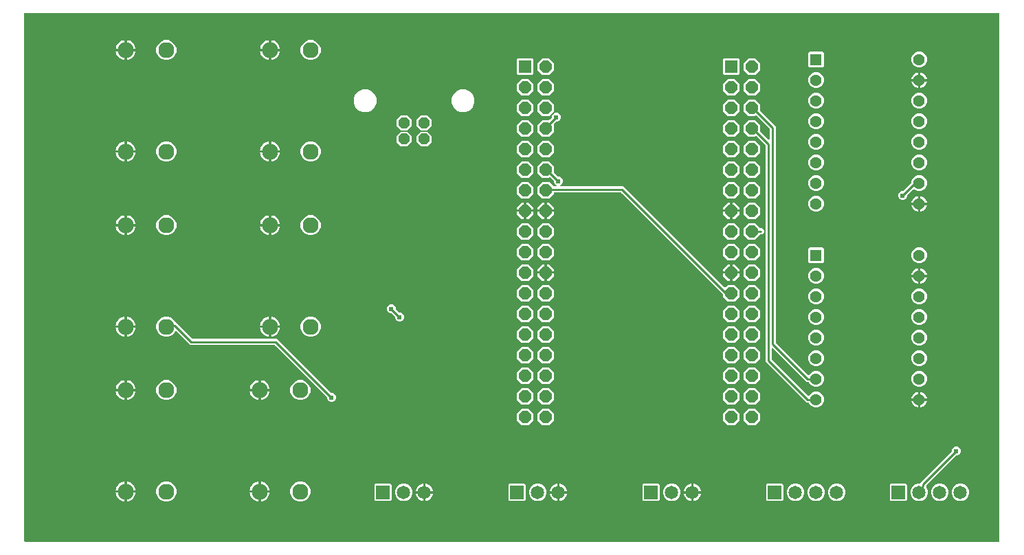
<source format=gbr>
G04 EAGLE Gerber RS-274X export*
G75*
%MOMM*%
%FSLAX34Y34*%
%LPD*%
%INBottom Copper*%
%IPPOS*%
%AMOC8*
5,1,8,0,0,1.08239X$1,22.5*%
G01*
%ADD10C,1.960000*%
%ADD11R,1.524000X1.524000*%
%ADD12P,1.649562X8X292.500000*%
%ADD13R,1.428000X1.428000*%
%ADD14C,1.428000*%
%ADD15R,1.651000X1.651000*%
%ADD16C,1.651000*%
%ADD17P,1.439579X8X202.500000*%
%ADD18C,0.254000*%
%ADD19C,0.609600*%

G36*
X1203018Y2544D02*
X1203018Y2544D01*
X1203037Y2542D01*
X1203139Y2564D01*
X1203241Y2580D01*
X1203258Y2590D01*
X1203278Y2594D01*
X1203367Y2647D01*
X1203458Y2696D01*
X1203472Y2710D01*
X1203489Y2720D01*
X1203556Y2799D01*
X1203628Y2874D01*
X1203636Y2892D01*
X1203649Y2907D01*
X1203688Y3003D01*
X1203731Y3097D01*
X1203733Y3117D01*
X1203741Y3135D01*
X1203759Y3302D01*
X1203759Y653798D01*
X1203756Y653818D01*
X1203758Y653837D01*
X1203736Y653939D01*
X1203720Y654041D01*
X1203710Y654058D01*
X1203706Y654078D01*
X1203653Y654167D01*
X1203604Y654258D01*
X1203590Y654272D01*
X1203580Y654289D01*
X1203501Y654356D01*
X1203426Y654428D01*
X1203408Y654436D01*
X1203393Y654449D01*
X1203297Y654488D01*
X1203203Y654531D01*
X1203183Y654533D01*
X1203165Y654541D01*
X1202998Y654559D01*
X3302Y654559D01*
X3282Y654556D01*
X3263Y654558D01*
X3161Y654536D01*
X3059Y654520D01*
X3042Y654510D01*
X3022Y654506D01*
X2933Y654453D01*
X2842Y654404D01*
X2828Y654390D01*
X2811Y654380D01*
X2744Y654301D01*
X2672Y654226D01*
X2664Y654208D01*
X2651Y654193D01*
X2612Y654097D01*
X2569Y654003D01*
X2567Y653983D01*
X2559Y653965D01*
X2541Y653798D01*
X2541Y3302D01*
X2544Y3282D01*
X2542Y3263D01*
X2564Y3161D01*
X2580Y3059D01*
X2590Y3042D01*
X2594Y3022D01*
X2647Y2933D01*
X2696Y2842D01*
X2710Y2828D01*
X2720Y2811D01*
X2799Y2744D01*
X2874Y2672D01*
X2892Y2664D01*
X2907Y2651D01*
X3003Y2612D01*
X3097Y2569D01*
X3117Y2567D01*
X3135Y2559D01*
X3302Y2541D01*
X1202998Y2541D01*
X1203018Y2544D01*
G37*
%LPC*%
G36*
X975974Y168119D02*
X975974Y168119D01*
X972416Y169593D01*
X969693Y172316D01*
X969195Y173519D01*
X969133Y173619D01*
X969073Y173719D01*
X969069Y173723D01*
X969065Y173728D01*
X968975Y173803D01*
X968886Y173879D01*
X968880Y173881D01*
X968876Y173885D01*
X968767Y173927D01*
X968658Y173971D01*
X968651Y173972D01*
X968646Y173973D01*
X968628Y173974D01*
X968491Y173989D01*
X966162Y173989D01*
X915669Y224482D01*
X915669Y490866D01*
X915655Y490956D01*
X915647Y491047D01*
X915635Y491077D01*
X915630Y491109D01*
X915587Y491190D01*
X915551Y491274D01*
X915525Y491306D01*
X915514Y491326D01*
X915491Y491349D01*
X915446Y491404D01*
X904398Y502452D01*
X904382Y502464D01*
X904370Y502480D01*
X904283Y502536D01*
X904199Y502596D01*
X904180Y502602D01*
X904163Y502613D01*
X904063Y502638D01*
X903964Y502668D01*
X903944Y502668D01*
X903924Y502673D01*
X903821Y502665D01*
X903718Y502662D01*
X903699Y502655D01*
X903679Y502654D01*
X903584Y502613D01*
X903487Y502578D01*
X903471Y502565D01*
X903453Y502557D01*
X903322Y502452D01*
X903109Y502239D01*
X894691Y502239D01*
X888739Y508191D01*
X888739Y516609D01*
X894691Y522561D01*
X903109Y522561D01*
X909061Y516609D01*
X909061Y508884D01*
X909075Y508794D01*
X909083Y508703D01*
X909095Y508673D01*
X909100Y508641D01*
X909143Y508560D01*
X909179Y508476D01*
X909205Y508444D01*
X909216Y508424D01*
X909239Y508401D01*
X909284Y508346D01*
X919450Y498179D01*
X919508Y498138D01*
X919560Y498088D01*
X919607Y498066D01*
X919649Y498036D01*
X919718Y498015D01*
X919783Y497985D01*
X919835Y497979D01*
X919885Y497964D01*
X919956Y497965D01*
X920027Y497958D01*
X920078Y497969D01*
X920130Y497970D01*
X920198Y497995D01*
X920268Y498010D01*
X920313Y498036D01*
X920361Y498054D01*
X920417Y498099D01*
X920479Y498136D01*
X920513Y498176D01*
X920553Y498208D01*
X920592Y498268D01*
X920639Y498323D01*
X920658Y498371D01*
X920686Y498415D01*
X920704Y498484D01*
X920731Y498551D01*
X920739Y498622D01*
X920747Y498654D01*
X920745Y498677D01*
X920749Y498718D01*
X920749Y511186D01*
X920735Y511276D01*
X920727Y511367D01*
X920715Y511397D01*
X920710Y511429D01*
X920667Y511510D01*
X920631Y511594D01*
X920605Y511626D01*
X920594Y511646D01*
X920571Y511669D01*
X920526Y511724D01*
X904398Y527852D01*
X904382Y527864D01*
X904370Y527880D01*
X904282Y527936D01*
X904199Y527996D01*
X904180Y528002D01*
X904163Y528013D01*
X904062Y528038D01*
X903964Y528068D01*
X903944Y528068D01*
X903924Y528073D01*
X903821Y528065D01*
X903718Y528062D01*
X903699Y528055D01*
X903679Y528054D01*
X903584Y528013D01*
X903487Y527977D01*
X903471Y527965D01*
X903453Y527957D01*
X903322Y527852D01*
X903109Y527639D01*
X894691Y527639D01*
X888739Y533591D01*
X888739Y542009D01*
X894691Y547961D01*
X903109Y547961D01*
X909061Y542009D01*
X909061Y534284D01*
X909075Y534194D01*
X909083Y534103D01*
X909095Y534073D01*
X909100Y534041D01*
X909143Y533960D01*
X909179Y533876D01*
X909205Y533844D01*
X909216Y533824D01*
X909239Y533801D01*
X909284Y533746D01*
X928371Y514658D01*
X928371Y248274D01*
X928385Y248184D01*
X928393Y248093D01*
X928405Y248063D01*
X928410Y248031D01*
X928453Y247950D01*
X928489Y247866D01*
X928515Y247834D01*
X928526Y247814D01*
X928549Y247791D01*
X928594Y247736D01*
X968288Y208041D01*
X968325Y208015D01*
X968356Y207981D01*
X968424Y207943D01*
X968488Y207898D01*
X968531Y207884D01*
X968572Y207862D01*
X968648Y207848D01*
X968723Y207826D01*
X968768Y207827D01*
X968814Y207819D01*
X968891Y207830D01*
X968968Y207832D01*
X969012Y207848D01*
X969057Y207854D01*
X969126Y207890D01*
X969199Y207916D01*
X969235Y207945D01*
X969276Y207966D01*
X969331Y208021D01*
X969392Y208070D01*
X969416Y208109D01*
X969448Y208141D01*
X969514Y208261D01*
X969525Y208277D01*
X969526Y208282D01*
X969529Y208288D01*
X969693Y208684D01*
X972416Y211407D01*
X975974Y212881D01*
X979826Y212881D01*
X983384Y211407D01*
X986107Y208684D01*
X987581Y205126D01*
X987581Y201274D01*
X986107Y197716D01*
X983384Y194993D01*
X979826Y193519D01*
X975974Y193519D01*
X972416Y194993D01*
X969693Y197716D01*
X969195Y198919D01*
X969133Y199019D01*
X969073Y199119D01*
X969069Y199123D01*
X969065Y199128D01*
X968975Y199203D01*
X968886Y199279D01*
X968880Y199281D01*
X968876Y199285D01*
X968767Y199327D01*
X968658Y199371D01*
X968651Y199372D01*
X968646Y199373D01*
X968628Y199374D01*
X968491Y199389D01*
X966162Y199389D01*
X924590Y240961D01*
X924532Y241002D01*
X924480Y241052D01*
X924433Y241074D01*
X924391Y241104D01*
X924322Y241125D01*
X924257Y241155D01*
X924205Y241161D01*
X924155Y241176D01*
X924084Y241175D01*
X924013Y241182D01*
X923962Y241171D01*
X923910Y241170D01*
X923842Y241145D01*
X923772Y241130D01*
X923727Y241104D01*
X923679Y241086D01*
X923623Y241041D01*
X923561Y241004D01*
X923527Y240964D01*
X923487Y240932D01*
X923448Y240872D01*
X923401Y240817D01*
X923382Y240769D01*
X923354Y240725D01*
X923336Y240656D01*
X923309Y240589D01*
X923301Y240518D01*
X923293Y240486D01*
X923295Y240463D01*
X923291Y240422D01*
X923291Y227954D01*
X923305Y227864D01*
X923313Y227773D01*
X923325Y227743D01*
X923330Y227711D01*
X923373Y227630D01*
X923409Y227546D01*
X923435Y227514D01*
X923446Y227494D01*
X923469Y227471D01*
X923514Y227416D01*
X968288Y182641D01*
X968325Y182615D01*
X968356Y182581D01*
X968424Y182543D01*
X968488Y182498D01*
X968531Y182484D01*
X968572Y182462D01*
X968648Y182448D01*
X968723Y182426D01*
X968768Y182427D01*
X968814Y182419D01*
X968891Y182430D01*
X968968Y182432D01*
X969012Y182448D01*
X969057Y182454D01*
X969126Y182490D01*
X969199Y182516D01*
X969235Y182545D01*
X969276Y182566D01*
X969331Y182621D01*
X969392Y182670D01*
X969416Y182709D01*
X969448Y182741D01*
X969514Y182861D01*
X969525Y182877D01*
X969526Y182882D01*
X969529Y182888D01*
X969693Y183284D01*
X972416Y186007D01*
X975974Y187481D01*
X979826Y187481D01*
X983384Y186007D01*
X986107Y183284D01*
X987581Y179726D01*
X987581Y175874D01*
X986107Y172316D01*
X983384Y169593D01*
X979826Y168119D01*
X975974Y168119D01*
G37*
%LPD*%
%LPC*%
G36*
X869291Y299039D02*
X869291Y299039D01*
X863339Y304991D01*
X863339Y306976D01*
X863325Y307066D01*
X863317Y307157D01*
X863305Y307187D01*
X863300Y307219D01*
X863257Y307300D01*
X863221Y307384D01*
X863195Y307416D01*
X863184Y307436D01*
X863161Y307458D01*
X863116Y307515D01*
X862106Y308524D01*
X737784Y432846D01*
X737711Y432899D01*
X737641Y432959D01*
X737611Y432971D01*
X737585Y432990D01*
X737498Y433017D01*
X737413Y433051D01*
X737372Y433055D01*
X737350Y433062D01*
X737317Y433061D01*
X737246Y433069D01*
X655822Y433069D01*
X655802Y433066D01*
X655783Y433068D01*
X655681Y433046D01*
X655579Y433030D01*
X655562Y433020D01*
X655542Y433016D01*
X655453Y432963D01*
X655362Y432914D01*
X655348Y432900D01*
X655331Y432890D01*
X655264Y432811D01*
X655192Y432736D01*
X655184Y432718D01*
X655171Y432703D01*
X655132Y432607D01*
X655089Y432513D01*
X655087Y432493D01*
X655079Y432475D01*
X655061Y432308D01*
X655061Y431991D01*
X649109Y426039D01*
X640691Y426039D01*
X634739Y431991D01*
X634739Y440409D01*
X640691Y446361D01*
X649109Y446361D01*
X654556Y440914D01*
X654630Y440861D01*
X654699Y440801D01*
X654729Y440789D01*
X654755Y440770D01*
X654842Y440743D01*
X654927Y440709D01*
X654968Y440705D01*
X654991Y440698D01*
X655023Y440699D01*
X655094Y440691D01*
X657297Y440691D01*
X657393Y440706D01*
X657490Y440716D01*
X657514Y440726D01*
X657540Y440730D01*
X657626Y440776D01*
X657715Y440816D01*
X657734Y440833D01*
X657758Y440846D01*
X657824Y440916D01*
X657896Y440982D01*
X657909Y441005D01*
X657927Y441024D01*
X657968Y441112D01*
X658015Y441198D01*
X658020Y441223D01*
X658031Y441247D01*
X658041Y441344D01*
X658059Y441440D01*
X658055Y441466D01*
X658058Y441491D01*
X658037Y441586D01*
X658023Y441683D01*
X658011Y441706D01*
X658005Y441732D01*
X657955Y441815D01*
X657911Y441902D01*
X657893Y441921D01*
X657879Y441943D01*
X657805Y442006D01*
X657736Y442074D01*
X657707Y442090D01*
X657692Y442103D01*
X657661Y442115D01*
X657589Y442155D01*
X657234Y442302D01*
X655662Y443874D01*
X654811Y445928D01*
X654811Y446924D01*
X654797Y447014D01*
X654789Y447105D01*
X654777Y447135D01*
X654772Y447167D01*
X654729Y447248D01*
X654693Y447332D01*
X654667Y447364D01*
X654656Y447384D01*
X654633Y447407D01*
X654588Y447462D01*
X650398Y451652D01*
X650382Y451664D01*
X650370Y451680D01*
X650283Y451736D01*
X650199Y451796D01*
X650180Y451802D01*
X650163Y451813D01*
X650063Y451838D01*
X649964Y451868D01*
X649944Y451868D01*
X649924Y451873D01*
X649821Y451865D01*
X649718Y451862D01*
X649699Y451855D01*
X649679Y451854D01*
X649584Y451813D01*
X649487Y451778D01*
X649471Y451765D01*
X649453Y451757D01*
X649322Y451652D01*
X649109Y451439D01*
X640691Y451439D01*
X634739Y457391D01*
X634739Y465809D01*
X640691Y471761D01*
X649109Y471761D01*
X655061Y465809D01*
X655061Y458084D01*
X655075Y457994D01*
X655083Y457903D01*
X655095Y457873D01*
X655100Y457841D01*
X655143Y457760D01*
X655179Y457676D01*
X655205Y457644D01*
X655216Y457624D01*
X655239Y457601D01*
X655284Y457545D01*
X659978Y452852D01*
X660052Y452799D01*
X660121Y452739D01*
X660151Y452727D01*
X660177Y452708D01*
X660264Y452681D01*
X660349Y452647D01*
X660390Y452643D01*
X660412Y452636D01*
X660445Y452637D01*
X660516Y452629D01*
X661512Y452629D01*
X663566Y451778D01*
X665138Y450206D01*
X665989Y448152D01*
X665989Y445928D01*
X665138Y443874D01*
X663566Y442302D01*
X663211Y442155D01*
X663128Y442104D01*
X663042Y442058D01*
X663025Y442039D01*
X663002Y442026D01*
X662940Y441951D01*
X662873Y441880D01*
X662862Y441856D01*
X662845Y441836D01*
X662811Y441745D01*
X662769Y441657D01*
X662767Y441631D01*
X662757Y441607D01*
X662753Y441509D01*
X662742Y441413D01*
X662748Y441387D01*
X662747Y441361D01*
X662774Y441267D01*
X662795Y441172D01*
X662808Y441150D01*
X662815Y441125D01*
X662871Y441045D01*
X662921Y440961D01*
X662941Y440944D01*
X662956Y440923D01*
X663034Y440865D01*
X663108Y440801D01*
X663132Y440791D01*
X663153Y440776D01*
X663245Y440746D01*
X663336Y440709D01*
X663368Y440706D01*
X663387Y440700D01*
X663420Y440700D01*
X663503Y440691D01*
X740718Y440691D01*
X865132Y316278D01*
X865148Y316266D01*
X865160Y316250D01*
X865248Y316194D01*
X865331Y316134D01*
X865350Y316128D01*
X865367Y316117D01*
X865468Y316092D01*
X865566Y316062D01*
X865586Y316062D01*
X865606Y316057D01*
X865709Y316065D01*
X865812Y316068D01*
X865831Y316075D01*
X865851Y316076D01*
X865946Y316117D01*
X866043Y316152D01*
X866059Y316165D01*
X866077Y316173D01*
X866208Y316278D01*
X869291Y319361D01*
X877709Y319361D01*
X883661Y313409D01*
X883661Y304991D01*
X877709Y299039D01*
X869291Y299039D01*
G37*
%LPD*%
%LPC*%
G36*
X379888Y174751D02*
X379888Y174751D01*
X377834Y175602D01*
X376262Y177174D01*
X375411Y179228D01*
X375411Y180224D01*
X375397Y180314D01*
X375389Y180405D01*
X375377Y180435D01*
X375372Y180467D01*
X375329Y180548D01*
X375293Y180632D01*
X375267Y180664D01*
X375256Y180684D01*
X375233Y180707D01*
X375188Y180762D01*
X311064Y244886D01*
X310991Y244939D01*
X310921Y244999D01*
X310891Y245011D01*
X310865Y245030D01*
X310778Y245057D01*
X310693Y245091D01*
X310652Y245095D01*
X310630Y245102D01*
X310597Y245101D01*
X310526Y245109D01*
X206702Y245109D01*
X189616Y262194D01*
X189579Y262221D01*
X189548Y262255D01*
X189480Y262293D01*
X189417Y262338D01*
X189373Y262351D01*
X189333Y262374D01*
X189256Y262388D01*
X189182Y262410D01*
X189136Y262409D01*
X189090Y262417D01*
X189013Y262406D01*
X188936Y262404D01*
X188893Y262388D01*
X188847Y262382D01*
X188778Y262346D01*
X188705Y262320D01*
X188669Y262291D01*
X188628Y262270D01*
X188573Y262214D01*
X188513Y262166D01*
X188488Y262127D01*
X188456Y262094D01*
X188390Y261975D01*
X188380Y261959D01*
X188378Y261954D01*
X188375Y261948D01*
X187862Y260710D01*
X184390Y257238D01*
X179855Y255359D01*
X174945Y255359D01*
X170410Y257238D01*
X166938Y260710D01*
X165059Y265245D01*
X165059Y270155D01*
X166938Y274690D01*
X170410Y278162D01*
X174945Y280041D01*
X179855Y280041D01*
X184390Y278162D01*
X187862Y274690D01*
X188346Y273521D01*
X188408Y273421D01*
X188468Y273321D01*
X188473Y273317D01*
X188476Y273312D01*
X188567Y273237D01*
X188655Y273161D01*
X188661Y273159D01*
X188666Y273155D01*
X188774Y273113D01*
X188883Y273069D01*
X188891Y273068D01*
X188895Y273067D01*
X188913Y273066D01*
X189050Y273051D01*
X189538Y273051D01*
X209636Y252954D01*
X209709Y252901D01*
X209779Y252841D01*
X209809Y252829D01*
X209835Y252810D01*
X209922Y252783D01*
X210007Y252749D01*
X210048Y252745D01*
X210070Y252738D01*
X210103Y252739D01*
X210174Y252731D01*
X313998Y252731D01*
X380578Y186152D01*
X380651Y186099D01*
X380721Y186039D01*
X380751Y186027D01*
X380777Y186008D01*
X380864Y185981D01*
X380949Y185947D01*
X380990Y185943D01*
X381012Y185936D01*
X381045Y185937D01*
X381116Y185929D01*
X382112Y185929D01*
X384166Y185078D01*
X385738Y183506D01*
X386589Y181452D01*
X386589Y179228D01*
X385738Y177174D01*
X384166Y175602D01*
X382112Y174751D01*
X379888Y174751D01*
G37*
%LPD*%
%LPC*%
G36*
X1102753Y52704D02*
X1102753Y52704D01*
X1098785Y54348D01*
X1095748Y57385D01*
X1094104Y61353D01*
X1094104Y65647D01*
X1095748Y69615D01*
X1098785Y72652D01*
X1102753Y74296D01*
X1105408Y74296D01*
X1105428Y74299D01*
X1105447Y74297D01*
X1105549Y74319D01*
X1105651Y74335D01*
X1105668Y74345D01*
X1105688Y74349D01*
X1105777Y74402D01*
X1105868Y74451D01*
X1105882Y74465D01*
X1105899Y74475D01*
X1105966Y74554D01*
X1106038Y74629D01*
X1106046Y74647D01*
X1106059Y74662D01*
X1106098Y74758D01*
X1106141Y74852D01*
X1106143Y74872D01*
X1106151Y74890D01*
X1106169Y75057D01*
X1106169Y75238D01*
X1144808Y113878D01*
X1144861Y113951D01*
X1144921Y114021D01*
X1144933Y114051D01*
X1144952Y114077D01*
X1144979Y114164D01*
X1145013Y114249D01*
X1145017Y114290D01*
X1145024Y114312D01*
X1145023Y114345D01*
X1145031Y114416D01*
X1145031Y115412D01*
X1145882Y117466D01*
X1147454Y119038D01*
X1149508Y119889D01*
X1151732Y119889D01*
X1153786Y119038D01*
X1155358Y117466D01*
X1156209Y115412D01*
X1156209Y113188D01*
X1155358Y111134D01*
X1153786Y109562D01*
X1151732Y108711D01*
X1150736Y108711D01*
X1150646Y108697D01*
X1150555Y108689D01*
X1150525Y108677D01*
X1150493Y108672D01*
X1150412Y108629D01*
X1150328Y108593D01*
X1150296Y108567D01*
X1150276Y108556D01*
X1150253Y108533D01*
X1150198Y108488D01*
X1114014Y72304D01*
X1113961Y72231D01*
X1113901Y72161D01*
X1113889Y72131D01*
X1113870Y72105D01*
X1113843Y72018D01*
X1113809Y71933D01*
X1113805Y71892D01*
X1113798Y71870D01*
X1113799Y71837D01*
X1113791Y71766D01*
X1113791Y70192D01*
X1113805Y70102D01*
X1113813Y70011D01*
X1113825Y69981D01*
X1113830Y69949D01*
X1113873Y69869D01*
X1113909Y69785D01*
X1113935Y69753D01*
X1113946Y69732D01*
X1113969Y69710D01*
X1114014Y69654D01*
X1114052Y69615D01*
X1115696Y65647D01*
X1115696Y61353D01*
X1114052Y57385D01*
X1111015Y54348D01*
X1107047Y52704D01*
X1102753Y52704D01*
G37*
%LPD*%
%LPC*%
G36*
X419607Y532059D02*
X419607Y532059D01*
X414447Y534197D01*
X410497Y538147D01*
X408359Y543307D01*
X408359Y548893D01*
X410497Y554053D01*
X414447Y558003D01*
X419607Y560141D01*
X425193Y560141D01*
X430353Y558003D01*
X434303Y554053D01*
X436441Y548893D01*
X436441Y543307D01*
X434303Y538147D01*
X430353Y534197D01*
X425193Y532059D01*
X419607Y532059D01*
G37*
%LPD*%
%LPC*%
G36*
X540007Y532059D02*
X540007Y532059D01*
X534847Y534197D01*
X530897Y538147D01*
X528759Y543307D01*
X528759Y548893D01*
X530897Y554053D01*
X534847Y558003D01*
X540007Y560141D01*
X545593Y560141D01*
X550753Y558003D01*
X554703Y554053D01*
X556841Y548893D01*
X556841Y543307D01*
X554703Y538147D01*
X550753Y534197D01*
X545593Y532059D01*
X540007Y532059D01*
G37*
%LPD*%
%LPC*%
G36*
X352745Y596259D02*
X352745Y596259D01*
X348210Y598138D01*
X344738Y601610D01*
X342859Y606145D01*
X342859Y611055D01*
X344738Y615590D01*
X348210Y619062D01*
X352745Y620941D01*
X357655Y620941D01*
X362190Y619062D01*
X365662Y615590D01*
X367541Y611055D01*
X367541Y606145D01*
X365662Y601610D01*
X362190Y598138D01*
X357655Y596259D01*
X352745Y596259D01*
G37*
%LPD*%
%LPC*%
G36*
X174945Y596259D02*
X174945Y596259D01*
X170410Y598138D01*
X166938Y601610D01*
X165059Y606145D01*
X165059Y611055D01*
X166938Y615590D01*
X170410Y619062D01*
X174945Y620941D01*
X179855Y620941D01*
X184390Y619062D01*
X187862Y615590D01*
X189741Y611055D01*
X189741Y606145D01*
X187862Y601610D01*
X184390Y598138D01*
X179855Y596259D01*
X174945Y596259D01*
G37*
%LPD*%
%LPC*%
G36*
X174945Y471259D02*
X174945Y471259D01*
X170410Y473138D01*
X166938Y476610D01*
X165059Y481145D01*
X165059Y486055D01*
X166938Y490590D01*
X170410Y494062D01*
X174945Y495941D01*
X179855Y495941D01*
X184390Y494062D01*
X187862Y490590D01*
X189741Y486055D01*
X189741Y481145D01*
X187862Y476610D01*
X184390Y473138D01*
X179855Y471259D01*
X174945Y471259D01*
G37*
%LPD*%
%LPC*%
G36*
X352745Y471259D02*
X352745Y471259D01*
X348210Y473138D01*
X344738Y476610D01*
X342859Y481145D01*
X342859Y486055D01*
X344738Y490590D01*
X348210Y494062D01*
X352745Y495941D01*
X357655Y495941D01*
X362190Y494062D01*
X365662Y490590D01*
X367541Y486055D01*
X367541Y481145D01*
X365662Y476610D01*
X362190Y473138D01*
X357655Y471259D01*
X352745Y471259D01*
G37*
%LPD*%
%LPC*%
G36*
X174945Y52159D02*
X174945Y52159D01*
X170410Y54038D01*
X166938Y57510D01*
X165059Y62045D01*
X165059Y66955D01*
X166938Y71490D01*
X170410Y74962D01*
X174945Y76841D01*
X179855Y76841D01*
X184390Y74962D01*
X187862Y71490D01*
X189741Y66955D01*
X189741Y62045D01*
X187862Y57510D01*
X184390Y54038D01*
X179855Y52159D01*
X174945Y52159D01*
G37*
%LPD*%
%LPC*%
G36*
X174945Y177159D02*
X174945Y177159D01*
X170410Y179038D01*
X166938Y182510D01*
X165059Y187045D01*
X165059Y191955D01*
X166938Y196490D01*
X170410Y199962D01*
X174945Y201841D01*
X179855Y201841D01*
X184390Y199962D01*
X187862Y196490D01*
X189741Y191955D01*
X189741Y187045D01*
X187862Y182510D01*
X184390Y179038D01*
X179855Y177159D01*
X174945Y177159D01*
G37*
%LPD*%
%LPC*%
G36*
X174945Y380359D02*
X174945Y380359D01*
X170410Y382238D01*
X166938Y385710D01*
X165059Y390245D01*
X165059Y395155D01*
X166938Y399690D01*
X170410Y403162D01*
X174945Y405041D01*
X179855Y405041D01*
X184390Y403162D01*
X187862Y399690D01*
X189741Y395155D01*
X189741Y390245D01*
X187862Y385710D01*
X184390Y382238D01*
X179855Y380359D01*
X174945Y380359D01*
G37*
%LPD*%
%LPC*%
G36*
X340045Y177159D02*
X340045Y177159D01*
X335510Y179038D01*
X332038Y182510D01*
X330159Y187045D01*
X330159Y191955D01*
X332038Y196490D01*
X335510Y199962D01*
X340045Y201841D01*
X344955Y201841D01*
X349490Y199962D01*
X352962Y196490D01*
X354841Y191955D01*
X354841Y187045D01*
X352962Y182510D01*
X349490Y179038D01*
X344955Y177159D01*
X340045Y177159D01*
G37*
%LPD*%
%LPC*%
G36*
X352745Y380359D02*
X352745Y380359D01*
X348210Y382238D01*
X344738Y385710D01*
X342859Y390245D01*
X342859Y395155D01*
X344738Y399690D01*
X348210Y403162D01*
X352745Y405041D01*
X357655Y405041D01*
X362190Y403162D01*
X365662Y399690D01*
X367541Y395155D01*
X367541Y390245D01*
X365662Y385710D01*
X362190Y382238D01*
X357655Y380359D01*
X352745Y380359D01*
G37*
%LPD*%
%LPC*%
G36*
X352745Y255359D02*
X352745Y255359D01*
X348210Y257238D01*
X344738Y260710D01*
X342859Y265245D01*
X342859Y270155D01*
X344738Y274690D01*
X348210Y278162D01*
X352745Y280041D01*
X357655Y280041D01*
X362190Y278162D01*
X365662Y274690D01*
X367541Y270155D01*
X367541Y265245D01*
X365662Y260710D01*
X362190Y257238D01*
X357655Y255359D01*
X352745Y255359D01*
G37*
%LPD*%
%LPC*%
G36*
X340045Y52159D02*
X340045Y52159D01*
X335510Y54038D01*
X332038Y57510D01*
X330159Y62045D01*
X330159Y66955D01*
X332038Y71490D01*
X335510Y74962D01*
X340045Y76841D01*
X344955Y76841D01*
X349490Y74962D01*
X352962Y71490D01*
X354841Y66955D01*
X354841Y62045D01*
X352962Y57510D01*
X349490Y54038D01*
X344955Y52159D01*
X340045Y52159D01*
G37*
%LPD*%
%LPC*%
G36*
X1083468Y423671D02*
X1083468Y423671D01*
X1081414Y424522D01*
X1079842Y426094D01*
X1078991Y428148D01*
X1078991Y430372D01*
X1079842Y432426D01*
X1081414Y433998D01*
X1083468Y434849D01*
X1084464Y434849D01*
X1084554Y434863D01*
X1084645Y434871D01*
X1084675Y434883D01*
X1084707Y434888D01*
X1084788Y434931D01*
X1084872Y434967D01*
X1084904Y434993D01*
X1084924Y435004D01*
X1084947Y435027D01*
X1085003Y435072D01*
X1094996Y445065D01*
X1095041Y445127D01*
X1095072Y445160D01*
X1095078Y445172D01*
X1095109Y445209D01*
X1095121Y445239D01*
X1095140Y445265D01*
X1095167Y445352D01*
X1095201Y445437D01*
X1095205Y445478D01*
X1095212Y445500D01*
X1095211Y445532D01*
X1095219Y445604D01*
X1095219Y446426D01*
X1096693Y449984D01*
X1099416Y452707D01*
X1102974Y454181D01*
X1106826Y454181D01*
X1110384Y452707D01*
X1113107Y449984D01*
X1114581Y446426D01*
X1114581Y442574D01*
X1113107Y439016D01*
X1110384Y436293D01*
X1106826Y434819D01*
X1102974Y434819D01*
X1099416Y436293D01*
X1098748Y436962D01*
X1098731Y436973D01*
X1098719Y436989D01*
X1098632Y437045D01*
X1098548Y437105D01*
X1098529Y437111D01*
X1098512Y437122D01*
X1098411Y437147D01*
X1098313Y437178D01*
X1098293Y437177D01*
X1098273Y437182D01*
X1098171Y437174D01*
X1098067Y437171D01*
X1098048Y437164D01*
X1098028Y437163D01*
X1097934Y437123D01*
X1097836Y437087D01*
X1097820Y437074D01*
X1097802Y437067D01*
X1097671Y436962D01*
X1090392Y429683D01*
X1090339Y429609D01*
X1090279Y429539D01*
X1090267Y429509D01*
X1090248Y429483D01*
X1090221Y429396D01*
X1090187Y429311D01*
X1090183Y429270D01*
X1090176Y429248D01*
X1090177Y429216D01*
X1090169Y429144D01*
X1090169Y428148D01*
X1089318Y426094D01*
X1087746Y424522D01*
X1085692Y423671D01*
X1083468Y423671D01*
G37*
%LPD*%
%LPC*%
G36*
X640691Y502239D02*
X640691Y502239D01*
X634739Y508191D01*
X634739Y516609D01*
X640691Y522561D01*
X648936Y522561D01*
X649026Y522575D01*
X649117Y522583D01*
X649147Y522595D01*
X649179Y522600D01*
X649260Y522643D01*
X649344Y522679D01*
X649376Y522705D01*
X649396Y522716D01*
X649419Y522739D01*
X649474Y522784D01*
X652048Y525358D01*
X652101Y525431D01*
X652161Y525501D01*
X652173Y525531D01*
X652192Y525557D01*
X652219Y525644D01*
X652253Y525729D01*
X652257Y525770D01*
X652264Y525792D01*
X652263Y525825D01*
X652271Y525896D01*
X652271Y526892D01*
X653122Y528946D01*
X654694Y530518D01*
X656748Y531369D01*
X658972Y531369D01*
X661026Y530518D01*
X662598Y528946D01*
X663449Y526892D01*
X663449Y524668D01*
X662598Y522614D01*
X661026Y521042D01*
X658972Y520191D01*
X657976Y520191D01*
X657886Y520177D01*
X657795Y520169D01*
X657765Y520157D01*
X657733Y520152D01*
X657653Y520109D01*
X657568Y520073D01*
X657536Y520047D01*
X657516Y520036D01*
X657515Y520036D01*
X657493Y520013D01*
X657438Y519968D01*
X655108Y517638D01*
X655096Y517622D01*
X655080Y517610D01*
X655024Y517523D01*
X654964Y517439D01*
X654958Y517420D01*
X654947Y517403D01*
X654922Y517302D01*
X654892Y517204D01*
X654892Y517184D01*
X654887Y517164D01*
X654895Y517061D01*
X654898Y516958D01*
X654905Y516939D01*
X654906Y516919D01*
X654947Y516824D01*
X654982Y516727D01*
X654995Y516711D01*
X655003Y516693D01*
X655061Y516620D01*
X655061Y508191D01*
X649109Y502239D01*
X640691Y502239D01*
G37*
%LPD*%
%LPC*%
G36*
X435193Y52704D02*
X435193Y52704D01*
X433704Y54193D01*
X433704Y72807D01*
X435193Y74296D01*
X453807Y74296D01*
X455296Y72807D01*
X455296Y54193D01*
X453807Y52704D01*
X435193Y52704D01*
G37*
%LPD*%
%LPC*%
G36*
X765393Y52704D02*
X765393Y52704D01*
X763904Y54193D01*
X763904Y72807D01*
X765393Y74296D01*
X784007Y74296D01*
X785496Y72807D01*
X785496Y54193D01*
X784007Y52704D01*
X765393Y52704D01*
G37*
%LPD*%
%LPC*%
G36*
X1070193Y52704D02*
X1070193Y52704D01*
X1068704Y54193D01*
X1068704Y72807D01*
X1070193Y74296D01*
X1088807Y74296D01*
X1090296Y72807D01*
X1090296Y54193D01*
X1088807Y52704D01*
X1070193Y52704D01*
G37*
%LPD*%
%LPC*%
G36*
X600293Y52704D02*
X600293Y52704D01*
X598804Y54193D01*
X598804Y72807D01*
X600293Y74296D01*
X618907Y74296D01*
X620396Y72807D01*
X620396Y54193D01*
X618907Y52704D01*
X600293Y52704D01*
G37*
%LPD*%
%LPC*%
G36*
X917793Y52704D02*
X917793Y52704D01*
X916304Y54193D01*
X916304Y72807D01*
X917793Y74296D01*
X936407Y74296D01*
X937896Y72807D01*
X937896Y54193D01*
X936407Y52704D01*
X917793Y52704D01*
G37*
%LPD*%
%LPC*%
G36*
X610828Y578439D02*
X610828Y578439D01*
X609339Y579928D01*
X609339Y597272D01*
X610828Y598761D01*
X628172Y598761D01*
X629661Y597272D01*
X629661Y579928D01*
X628172Y578439D01*
X610828Y578439D01*
G37*
%LPD*%
%LPC*%
G36*
X864828Y578439D02*
X864828Y578439D01*
X863339Y579928D01*
X863339Y597272D01*
X864828Y598761D01*
X882172Y598761D01*
X883661Y597272D01*
X883661Y579928D01*
X882172Y578439D01*
X864828Y578439D01*
G37*
%LPD*%
%LPC*%
G36*
X894691Y375239D02*
X894691Y375239D01*
X888739Y381191D01*
X888739Y389609D01*
X894691Y395561D01*
X903109Y395561D01*
X909236Y389434D01*
X909310Y389381D01*
X909379Y389321D01*
X909409Y389309D01*
X909435Y389290D01*
X909522Y389263D01*
X909607Y389229D01*
X909648Y389225D01*
X909671Y389218D01*
X909703Y389219D01*
X909774Y389211D01*
X911578Y389211D01*
X913811Y386978D01*
X913811Y383822D01*
X911578Y381589D01*
X909774Y381589D01*
X909684Y381575D01*
X909593Y381567D01*
X909563Y381555D01*
X909531Y381550D01*
X909451Y381507D01*
X909367Y381471D01*
X909335Y381445D01*
X909314Y381434D01*
X909292Y381411D01*
X909236Y381366D01*
X903109Y375239D01*
X894691Y375239D01*
G37*
%LPD*%
%LPC*%
G36*
X950353Y52704D02*
X950353Y52704D01*
X946385Y54348D01*
X943348Y57385D01*
X941704Y61353D01*
X941704Y65647D01*
X943348Y69615D01*
X946385Y72652D01*
X950353Y74296D01*
X954647Y74296D01*
X958615Y72652D01*
X961652Y69615D01*
X963296Y65647D01*
X963296Y61353D01*
X961652Y57385D01*
X958615Y54348D01*
X954647Y52704D01*
X950353Y52704D01*
G37*
%LPD*%
%LPC*%
G36*
X797953Y52704D02*
X797953Y52704D01*
X793985Y54348D01*
X790948Y57385D01*
X789304Y61353D01*
X789304Y65647D01*
X790948Y69615D01*
X793985Y72652D01*
X797953Y74296D01*
X802247Y74296D01*
X806215Y72652D01*
X809252Y69615D01*
X810896Y65647D01*
X810896Y61353D01*
X809252Y57385D01*
X806215Y54348D01*
X802247Y52704D01*
X797953Y52704D01*
G37*
%LPD*%
%LPC*%
G36*
X632853Y52704D02*
X632853Y52704D01*
X628885Y54348D01*
X625848Y57385D01*
X624204Y61353D01*
X624204Y65647D01*
X625848Y69615D01*
X628885Y72652D01*
X632853Y74296D01*
X637147Y74296D01*
X641115Y72652D01*
X644152Y69615D01*
X645796Y65647D01*
X645796Y61353D01*
X644152Y57385D01*
X641115Y54348D01*
X637147Y52704D01*
X632853Y52704D01*
G37*
%LPD*%
%LPC*%
G36*
X975753Y52704D02*
X975753Y52704D01*
X971785Y54348D01*
X968748Y57385D01*
X967104Y61353D01*
X967104Y65647D01*
X968748Y69615D01*
X971785Y72652D01*
X975753Y74296D01*
X980047Y74296D01*
X984015Y72652D01*
X987052Y69615D01*
X988696Y65647D01*
X988696Y61353D01*
X987052Y57385D01*
X984015Y54348D01*
X980047Y52704D01*
X975753Y52704D01*
G37*
%LPD*%
%LPC*%
G36*
X1001153Y52704D02*
X1001153Y52704D01*
X997185Y54348D01*
X994148Y57385D01*
X992504Y61353D01*
X992504Y65647D01*
X994148Y69615D01*
X997185Y72652D01*
X1001153Y74296D01*
X1005447Y74296D01*
X1009415Y72652D01*
X1012452Y69615D01*
X1014096Y65647D01*
X1014096Y61353D01*
X1012452Y57385D01*
X1009415Y54348D01*
X1005447Y52704D01*
X1001153Y52704D01*
G37*
%LPD*%
%LPC*%
G36*
X1153553Y52704D02*
X1153553Y52704D01*
X1149585Y54348D01*
X1146548Y57385D01*
X1144904Y61353D01*
X1144904Y65647D01*
X1146548Y69615D01*
X1149585Y72652D01*
X1153553Y74296D01*
X1157847Y74296D01*
X1161815Y72652D01*
X1164852Y69615D01*
X1166496Y65647D01*
X1166496Y61353D01*
X1164852Y57385D01*
X1161815Y54348D01*
X1157847Y52704D01*
X1153553Y52704D01*
G37*
%LPD*%
%LPC*%
G36*
X1128153Y52704D02*
X1128153Y52704D01*
X1124185Y54348D01*
X1121148Y57385D01*
X1119504Y61353D01*
X1119504Y65647D01*
X1121148Y69615D01*
X1124185Y72652D01*
X1128153Y74296D01*
X1132447Y74296D01*
X1136415Y72652D01*
X1139452Y69615D01*
X1141096Y65647D01*
X1141096Y61353D01*
X1139452Y57385D01*
X1136415Y54348D01*
X1132447Y52704D01*
X1128153Y52704D01*
G37*
%LPD*%
%LPC*%
G36*
X467753Y52704D02*
X467753Y52704D01*
X463785Y54348D01*
X460748Y57385D01*
X459104Y61353D01*
X459104Y65647D01*
X460748Y69615D01*
X463785Y72652D01*
X467753Y74296D01*
X472047Y74296D01*
X476015Y72652D01*
X479052Y69615D01*
X480696Y65647D01*
X480696Y61353D01*
X479052Y57385D01*
X476015Y54348D01*
X472047Y52704D01*
X467753Y52704D01*
G37*
%LPD*%
%LPC*%
G36*
X969708Y345919D02*
X969708Y345919D01*
X968219Y347408D01*
X968219Y363792D01*
X969708Y365281D01*
X986092Y365281D01*
X987581Y363792D01*
X987581Y347408D01*
X986092Y345919D01*
X969708Y345919D01*
G37*
%LPD*%
%LPC*%
G36*
X969708Y587219D02*
X969708Y587219D01*
X968219Y588708D01*
X968219Y605092D01*
X969708Y606581D01*
X986092Y606581D01*
X987581Y605092D01*
X987581Y588708D01*
X986092Y587219D01*
X969708Y587219D01*
G37*
%LPD*%
%LPC*%
G36*
X640691Y146639D02*
X640691Y146639D01*
X634739Y152591D01*
X634739Y161009D01*
X640691Y166961D01*
X649109Y166961D01*
X655061Y161009D01*
X655061Y152591D01*
X649109Y146639D01*
X640691Y146639D01*
G37*
%LPD*%
%LPC*%
G36*
X615291Y299039D02*
X615291Y299039D01*
X609339Y304991D01*
X609339Y313409D01*
X615291Y319361D01*
X623709Y319361D01*
X629661Y313409D01*
X629661Y304991D01*
X623709Y299039D01*
X615291Y299039D01*
G37*
%LPD*%
%LPC*%
G36*
X894691Y324439D02*
X894691Y324439D01*
X888739Y330391D01*
X888739Y338809D01*
X894691Y344761D01*
X903109Y344761D01*
X909061Y338809D01*
X909061Y330391D01*
X903109Y324439D01*
X894691Y324439D01*
G37*
%LPD*%
%LPC*%
G36*
X640691Y299039D02*
X640691Y299039D01*
X634739Y304991D01*
X634739Y313409D01*
X640691Y319361D01*
X649109Y319361D01*
X655061Y313409D01*
X655061Y304991D01*
X649109Y299039D01*
X640691Y299039D01*
G37*
%LPD*%
%LPC*%
G36*
X894691Y349839D02*
X894691Y349839D01*
X888739Y355791D01*
X888739Y364209D01*
X894691Y370161D01*
X903109Y370161D01*
X909061Y364209D01*
X909061Y355791D01*
X903109Y349839D01*
X894691Y349839D01*
G37*
%LPD*%
%LPC*%
G36*
X894691Y578439D02*
X894691Y578439D01*
X888739Y584391D01*
X888739Y592809D01*
X894691Y598761D01*
X903109Y598761D01*
X909061Y592809D01*
X909061Y584391D01*
X903109Y578439D01*
X894691Y578439D01*
G37*
%LPD*%
%LPC*%
G36*
X615291Y197439D02*
X615291Y197439D01*
X609339Y203391D01*
X609339Y211809D01*
X615291Y217761D01*
X623709Y217761D01*
X629661Y211809D01*
X629661Y203391D01*
X623709Y197439D01*
X615291Y197439D01*
G37*
%LPD*%
%LPC*%
G36*
X640691Y553039D02*
X640691Y553039D01*
X634739Y558991D01*
X634739Y567409D01*
X640691Y573361D01*
X649109Y573361D01*
X655061Y567409D01*
X655061Y558991D01*
X649109Y553039D01*
X640691Y553039D01*
G37*
%LPD*%
%LPC*%
G36*
X615291Y553039D02*
X615291Y553039D01*
X609339Y558991D01*
X609339Y567409D01*
X615291Y573361D01*
X623709Y573361D01*
X629661Y567409D01*
X629661Y558991D01*
X623709Y553039D01*
X615291Y553039D01*
G37*
%LPD*%
%LPC*%
G36*
X894691Y553039D02*
X894691Y553039D01*
X888739Y558991D01*
X888739Y567409D01*
X894691Y573361D01*
X903109Y573361D01*
X909061Y567409D01*
X909061Y558991D01*
X903109Y553039D01*
X894691Y553039D01*
G37*
%LPD*%
%LPC*%
G36*
X869291Y553039D02*
X869291Y553039D01*
X863339Y558991D01*
X863339Y567409D01*
X869291Y573361D01*
X877709Y573361D01*
X883661Y567409D01*
X883661Y558991D01*
X877709Y553039D01*
X869291Y553039D01*
G37*
%LPD*%
%LPC*%
G36*
X640691Y197439D02*
X640691Y197439D01*
X634739Y203391D01*
X634739Y211809D01*
X640691Y217761D01*
X649109Y217761D01*
X655061Y211809D01*
X655061Y203391D01*
X649109Y197439D01*
X640691Y197439D01*
G37*
%LPD*%
%LPC*%
G36*
X869291Y197439D02*
X869291Y197439D01*
X863339Y203391D01*
X863339Y211809D01*
X869291Y217761D01*
X877709Y217761D01*
X883661Y211809D01*
X883661Y203391D01*
X877709Y197439D01*
X869291Y197439D01*
G37*
%LPD*%
%LPC*%
G36*
X894691Y197439D02*
X894691Y197439D01*
X888739Y203391D01*
X888739Y211809D01*
X894691Y217761D01*
X903109Y217761D01*
X909061Y211809D01*
X909061Y203391D01*
X903109Y197439D01*
X894691Y197439D01*
G37*
%LPD*%
%LPC*%
G36*
X869291Y527639D02*
X869291Y527639D01*
X863339Y533591D01*
X863339Y542009D01*
X869291Y547961D01*
X877709Y547961D01*
X883661Y542009D01*
X883661Y533591D01*
X877709Y527639D01*
X869291Y527639D01*
G37*
%LPD*%
%LPC*%
G36*
X640691Y527639D02*
X640691Y527639D01*
X634739Y533591D01*
X634739Y542009D01*
X640691Y547961D01*
X649109Y547961D01*
X655061Y542009D01*
X655061Y533591D01*
X649109Y527639D01*
X640691Y527639D01*
G37*
%LPD*%
%LPC*%
G36*
X615291Y527639D02*
X615291Y527639D01*
X609339Y533591D01*
X609339Y542009D01*
X615291Y547961D01*
X623709Y547961D01*
X629661Y542009D01*
X629661Y533591D01*
X623709Y527639D01*
X615291Y527639D01*
G37*
%LPD*%
%LPC*%
G36*
X869291Y502239D02*
X869291Y502239D01*
X863339Y508191D01*
X863339Y516609D01*
X869291Y522561D01*
X877709Y522561D01*
X883661Y516609D01*
X883661Y508191D01*
X877709Y502239D01*
X869291Y502239D01*
G37*
%LPD*%
%LPC*%
G36*
X615291Y502239D02*
X615291Y502239D01*
X609339Y508191D01*
X609339Y516609D01*
X615291Y522561D01*
X623709Y522561D01*
X629661Y516609D01*
X629661Y508191D01*
X623709Y502239D01*
X615291Y502239D01*
G37*
%LPD*%
%LPC*%
G36*
X640691Y476839D02*
X640691Y476839D01*
X634739Y482791D01*
X634739Y491209D01*
X640691Y497161D01*
X649109Y497161D01*
X655061Y491209D01*
X655061Y482791D01*
X649109Y476839D01*
X640691Y476839D01*
G37*
%LPD*%
%LPC*%
G36*
X615291Y476839D02*
X615291Y476839D01*
X609339Y482791D01*
X609339Y491209D01*
X615291Y497161D01*
X623709Y497161D01*
X629661Y491209D01*
X629661Y482791D01*
X623709Y476839D01*
X615291Y476839D01*
G37*
%LPD*%
%LPC*%
G36*
X894691Y476839D02*
X894691Y476839D01*
X888739Y482791D01*
X888739Y491209D01*
X894691Y497161D01*
X903109Y497161D01*
X909061Y491209D01*
X909061Y482791D01*
X903109Y476839D01*
X894691Y476839D01*
G37*
%LPD*%
%LPC*%
G36*
X869291Y476839D02*
X869291Y476839D01*
X863339Y482791D01*
X863339Y491209D01*
X869291Y497161D01*
X877709Y497161D01*
X883661Y491209D01*
X883661Y482791D01*
X877709Y476839D01*
X869291Y476839D01*
G37*
%LPD*%
%LPC*%
G36*
X869291Y349839D02*
X869291Y349839D01*
X863339Y355791D01*
X863339Y364209D01*
X869291Y370161D01*
X877709Y370161D01*
X883661Y364209D01*
X883661Y355791D01*
X877709Y349839D01*
X869291Y349839D01*
G37*
%LPD*%
%LPC*%
G36*
X640691Y349839D02*
X640691Y349839D01*
X634739Y355791D01*
X634739Y364209D01*
X640691Y370161D01*
X649109Y370161D01*
X655061Y364209D01*
X655061Y355791D01*
X649109Y349839D01*
X640691Y349839D01*
G37*
%LPD*%
%LPC*%
G36*
X615291Y349839D02*
X615291Y349839D01*
X609339Y355791D01*
X609339Y364209D01*
X615291Y370161D01*
X623709Y370161D01*
X629661Y364209D01*
X629661Y355791D01*
X623709Y349839D01*
X615291Y349839D01*
G37*
%LPD*%
%LPC*%
G36*
X615291Y222839D02*
X615291Y222839D01*
X609339Y228791D01*
X609339Y237209D01*
X615291Y243161D01*
X623709Y243161D01*
X629661Y237209D01*
X629661Y228791D01*
X623709Y222839D01*
X615291Y222839D01*
G37*
%LPD*%
%LPC*%
G36*
X640691Y222839D02*
X640691Y222839D01*
X634739Y228791D01*
X634739Y237209D01*
X640691Y243161D01*
X649109Y243161D01*
X655061Y237209D01*
X655061Y228791D01*
X649109Y222839D01*
X640691Y222839D01*
G37*
%LPD*%
%LPC*%
G36*
X869291Y451439D02*
X869291Y451439D01*
X863339Y457391D01*
X863339Y465809D01*
X869291Y471761D01*
X877709Y471761D01*
X883661Y465809D01*
X883661Y457391D01*
X877709Y451439D01*
X869291Y451439D01*
G37*
%LPD*%
%LPC*%
G36*
X615291Y451439D02*
X615291Y451439D01*
X609339Y457391D01*
X609339Y465809D01*
X615291Y471761D01*
X623709Y471761D01*
X629661Y465809D01*
X629661Y457391D01*
X623709Y451439D01*
X615291Y451439D01*
G37*
%LPD*%
%LPC*%
G36*
X640691Y578439D02*
X640691Y578439D01*
X634739Y584391D01*
X634739Y592809D01*
X640691Y598761D01*
X649109Y598761D01*
X655061Y592809D01*
X655061Y584391D01*
X649109Y578439D01*
X640691Y578439D01*
G37*
%LPD*%
%LPC*%
G36*
X894691Y426039D02*
X894691Y426039D01*
X888739Y431991D01*
X888739Y440409D01*
X894691Y446361D01*
X903109Y446361D01*
X909061Y440409D01*
X909061Y431991D01*
X903109Y426039D01*
X894691Y426039D01*
G37*
%LPD*%
%LPC*%
G36*
X869291Y426039D02*
X869291Y426039D01*
X863339Y431991D01*
X863339Y440409D01*
X869291Y446361D01*
X877709Y446361D01*
X883661Y440409D01*
X883661Y431991D01*
X877709Y426039D01*
X869291Y426039D01*
G37*
%LPD*%
%LPC*%
G36*
X615291Y426039D02*
X615291Y426039D01*
X609339Y431991D01*
X609339Y440409D01*
X615291Y446361D01*
X623709Y446361D01*
X629661Y440409D01*
X629661Y431991D01*
X623709Y426039D01*
X615291Y426039D01*
G37*
%LPD*%
%LPC*%
G36*
X869291Y222839D02*
X869291Y222839D01*
X863339Y228791D01*
X863339Y237209D01*
X869291Y243161D01*
X877709Y243161D01*
X883661Y237209D01*
X883661Y228791D01*
X877709Y222839D01*
X869291Y222839D01*
G37*
%LPD*%
%LPC*%
G36*
X894691Y222839D02*
X894691Y222839D01*
X888739Y228791D01*
X888739Y237209D01*
X894691Y243161D01*
X903109Y243161D01*
X909061Y237209D01*
X909061Y228791D01*
X903109Y222839D01*
X894691Y222839D01*
G37*
%LPD*%
%LPC*%
G36*
X894691Y400639D02*
X894691Y400639D01*
X888739Y406591D01*
X888739Y415009D01*
X894691Y420961D01*
X903109Y420961D01*
X909061Y415009D01*
X909061Y406591D01*
X903109Y400639D01*
X894691Y400639D01*
G37*
%LPD*%
%LPC*%
G36*
X869291Y248239D02*
X869291Y248239D01*
X863339Y254191D01*
X863339Y262609D01*
X869291Y268561D01*
X877709Y268561D01*
X883661Y262609D01*
X883661Y254191D01*
X877709Y248239D01*
X869291Y248239D01*
G37*
%LPD*%
%LPC*%
G36*
X894691Y248239D02*
X894691Y248239D01*
X888739Y254191D01*
X888739Y262609D01*
X894691Y268561D01*
X903109Y268561D01*
X909061Y262609D01*
X909061Y254191D01*
X903109Y248239D01*
X894691Y248239D01*
G37*
%LPD*%
%LPC*%
G36*
X615291Y248239D02*
X615291Y248239D01*
X609339Y254191D01*
X609339Y262609D01*
X615291Y268561D01*
X623709Y268561D01*
X629661Y262609D01*
X629661Y254191D01*
X623709Y248239D01*
X615291Y248239D01*
G37*
%LPD*%
%LPC*%
G36*
X640691Y248239D02*
X640691Y248239D01*
X634739Y254191D01*
X634739Y262609D01*
X640691Y268561D01*
X649109Y268561D01*
X655061Y262609D01*
X655061Y254191D01*
X649109Y248239D01*
X640691Y248239D01*
G37*
%LPD*%
%LPC*%
G36*
X640691Y273639D02*
X640691Y273639D01*
X634739Y279591D01*
X634739Y288009D01*
X640691Y293961D01*
X649109Y293961D01*
X655061Y288009D01*
X655061Y279591D01*
X649109Y273639D01*
X640691Y273639D01*
G37*
%LPD*%
%LPC*%
G36*
X894691Y273639D02*
X894691Y273639D01*
X888739Y279591D01*
X888739Y288009D01*
X894691Y293961D01*
X903109Y293961D01*
X909061Y288009D01*
X909061Y279591D01*
X903109Y273639D01*
X894691Y273639D01*
G37*
%LPD*%
%LPC*%
G36*
X869291Y273639D02*
X869291Y273639D01*
X863339Y279591D01*
X863339Y288009D01*
X869291Y293961D01*
X877709Y293961D01*
X883661Y288009D01*
X883661Y279591D01*
X877709Y273639D01*
X869291Y273639D01*
G37*
%LPD*%
%LPC*%
G36*
X615291Y273639D02*
X615291Y273639D01*
X609339Y279591D01*
X609339Y288009D01*
X615291Y293961D01*
X623709Y293961D01*
X629661Y288009D01*
X629661Y279591D01*
X623709Y273639D01*
X615291Y273639D01*
G37*
%LPD*%
%LPC*%
G36*
X615291Y375239D02*
X615291Y375239D01*
X609339Y381191D01*
X609339Y389609D01*
X615291Y395561D01*
X623709Y395561D01*
X629661Y389609D01*
X629661Y381191D01*
X623709Y375239D01*
X615291Y375239D01*
G37*
%LPD*%
%LPC*%
G36*
X640691Y375239D02*
X640691Y375239D01*
X634739Y381191D01*
X634739Y389609D01*
X640691Y395561D01*
X649109Y395561D01*
X655061Y389609D01*
X655061Y381191D01*
X649109Y375239D01*
X640691Y375239D01*
G37*
%LPD*%
%LPC*%
G36*
X869291Y375239D02*
X869291Y375239D01*
X863339Y381191D01*
X863339Y389609D01*
X869291Y395561D01*
X877709Y395561D01*
X883661Y389609D01*
X883661Y381191D01*
X877709Y375239D01*
X869291Y375239D01*
G37*
%LPD*%
%LPC*%
G36*
X894691Y299039D02*
X894691Y299039D01*
X888739Y304991D01*
X888739Y313409D01*
X894691Y319361D01*
X903109Y319361D01*
X909061Y313409D01*
X909061Y304991D01*
X903109Y299039D01*
X894691Y299039D01*
G37*
%LPD*%
%LPC*%
G36*
X615291Y324439D02*
X615291Y324439D01*
X609339Y330391D01*
X609339Y338809D01*
X615291Y344761D01*
X623709Y344761D01*
X629661Y338809D01*
X629661Y330391D01*
X623709Y324439D01*
X615291Y324439D01*
G37*
%LPD*%
%LPC*%
G36*
X894691Y172039D02*
X894691Y172039D01*
X888739Y177991D01*
X888739Y186409D01*
X894691Y192361D01*
X903109Y192361D01*
X909061Y186409D01*
X909061Y177991D01*
X903109Y172039D01*
X894691Y172039D01*
G37*
%LPD*%
%LPC*%
G36*
X869291Y172039D02*
X869291Y172039D01*
X863339Y177991D01*
X863339Y186409D01*
X869291Y192361D01*
X877709Y192361D01*
X883661Y186409D01*
X883661Y177991D01*
X877709Y172039D01*
X869291Y172039D01*
G37*
%LPD*%
%LPC*%
G36*
X640691Y172039D02*
X640691Y172039D01*
X634739Y177991D01*
X634739Y186409D01*
X640691Y192361D01*
X649109Y192361D01*
X655061Y186409D01*
X655061Y177991D01*
X649109Y172039D01*
X640691Y172039D01*
G37*
%LPD*%
%LPC*%
G36*
X615291Y172039D02*
X615291Y172039D01*
X609339Y177991D01*
X609339Y186409D01*
X615291Y192361D01*
X623709Y192361D01*
X629661Y186409D01*
X629661Y177991D01*
X623709Y172039D01*
X615291Y172039D01*
G37*
%LPD*%
%LPC*%
G36*
X615291Y146639D02*
X615291Y146639D01*
X609339Y152591D01*
X609339Y161009D01*
X615291Y166961D01*
X623709Y166961D01*
X629661Y161009D01*
X629661Y152591D01*
X623709Y146639D01*
X615291Y146639D01*
G37*
%LPD*%
%LPC*%
G36*
X894691Y146639D02*
X894691Y146639D01*
X888739Y152591D01*
X888739Y161009D01*
X894691Y166961D01*
X903109Y166961D01*
X909061Y161009D01*
X909061Y152591D01*
X903109Y146639D01*
X894691Y146639D01*
G37*
%LPD*%
%LPC*%
G36*
X869291Y146639D02*
X869291Y146639D01*
X863339Y152591D01*
X863339Y161009D01*
X869291Y166961D01*
X877709Y166961D01*
X883661Y161009D01*
X883661Y152591D01*
X877709Y146639D01*
X869291Y146639D01*
G37*
%LPD*%
%LPC*%
G36*
X894691Y451439D02*
X894691Y451439D01*
X888739Y457391D01*
X888739Y465809D01*
X894691Y471761D01*
X903109Y471761D01*
X909061Y465809D01*
X909061Y457391D01*
X903109Y451439D01*
X894691Y451439D01*
G37*
%LPD*%
%LPC*%
G36*
X975974Y409419D02*
X975974Y409419D01*
X972416Y410893D01*
X969693Y413616D01*
X968219Y417174D01*
X968219Y421026D01*
X969693Y424584D01*
X972416Y427307D01*
X975974Y428781D01*
X979826Y428781D01*
X983384Y427307D01*
X986107Y424584D01*
X987581Y421026D01*
X987581Y417174D01*
X986107Y413616D01*
X983384Y410893D01*
X979826Y409419D01*
X975974Y409419D01*
G37*
%LPD*%
%LPC*%
G36*
X975974Y218919D02*
X975974Y218919D01*
X972416Y220393D01*
X969693Y223116D01*
X968219Y226674D01*
X968219Y230526D01*
X969693Y234084D01*
X972416Y236807D01*
X975974Y238281D01*
X979826Y238281D01*
X983384Y236807D01*
X986107Y234084D01*
X987581Y230526D01*
X987581Y226674D01*
X986107Y223116D01*
X983384Y220393D01*
X979826Y218919D01*
X975974Y218919D01*
G37*
%LPD*%
%LPC*%
G36*
X1102974Y511019D02*
X1102974Y511019D01*
X1099416Y512493D01*
X1096693Y515216D01*
X1095219Y518774D01*
X1095219Y522626D01*
X1096693Y526184D01*
X1099416Y528907D01*
X1102974Y530381D01*
X1106826Y530381D01*
X1110384Y528907D01*
X1113107Y526184D01*
X1114581Y522626D01*
X1114581Y518774D01*
X1113107Y515216D01*
X1110384Y512493D01*
X1106826Y511019D01*
X1102974Y511019D01*
G37*
%LPD*%
%LPC*%
G36*
X975974Y536419D02*
X975974Y536419D01*
X972416Y537893D01*
X969693Y540616D01*
X968219Y544174D01*
X968219Y548026D01*
X969693Y551584D01*
X972416Y554307D01*
X975974Y555781D01*
X979826Y555781D01*
X983384Y554307D01*
X986107Y551584D01*
X987581Y548026D01*
X987581Y544174D01*
X986107Y540616D01*
X983384Y537893D01*
X979826Y536419D01*
X975974Y536419D01*
G37*
%LPD*%
%LPC*%
G36*
X1102974Y536419D02*
X1102974Y536419D01*
X1099416Y537893D01*
X1096693Y540616D01*
X1095219Y544174D01*
X1095219Y548026D01*
X1096693Y551584D01*
X1099416Y554307D01*
X1102974Y555781D01*
X1106826Y555781D01*
X1110384Y554307D01*
X1113107Y551584D01*
X1114581Y548026D01*
X1114581Y544174D01*
X1113107Y540616D01*
X1110384Y537893D01*
X1106826Y536419D01*
X1102974Y536419D01*
G37*
%LPD*%
%LPC*%
G36*
X1102974Y193519D02*
X1102974Y193519D01*
X1099416Y194993D01*
X1096693Y197716D01*
X1095219Y201274D01*
X1095219Y205126D01*
X1096693Y208684D01*
X1099416Y211407D01*
X1102974Y212881D01*
X1106826Y212881D01*
X1110384Y211407D01*
X1113107Y208684D01*
X1114581Y205126D01*
X1114581Y201274D01*
X1113107Y197716D01*
X1110384Y194993D01*
X1106826Y193519D01*
X1102974Y193519D01*
G37*
%LPD*%
%LPC*%
G36*
X975974Y320519D02*
X975974Y320519D01*
X972416Y321993D01*
X969693Y324716D01*
X968219Y328274D01*
X968219Y332126D01*
X969693Y335684D01*
X972416Y338407D01*
X975974Y339881D01*
X979826Y339881D01*
X983384Y338407D01*
X986107Y335684D01*
X987581Y332126D01*
X987581Y328274D01*
X986107Y324716D01*
X983384Y321993D01*
X979826Y320519D01*
X975974Y320519D01*
G37*
%LPD*%
%LPC*%
G36*
X975974Y434819D02*
X975974Y434819D01*
X972416Y436293D01*
X969693Y439016D01*
X968219Y442574D01*
X968219Y446426D01*
X969693Y449984D01*
X972416Y452707D01*
X975974Y454181D01*
X979826Y454181D01*
X983384Y452707D01*
X986107Y449984D01*
X987581Y446426D01*
X987581Y442574D01*
X986107Y439016D01*
X983384Y436293D01*
X979826Y434819D01*
X975974Y434819D01*
G37*
%LPD*%
%LPC*%
G36*
X1102974Y460219D02*
X1102974Y460219D01*
X1099416Y461693D01*
X1096693Y464416D01*
X1095219Y467974D01*
X1095219Y471826D01*
X1096693Y475384D01*
X1099416Y478107D01*
X1102974Y479581D01*
X1106826Y479581D01*
X1110384Y478107D01*
X1113107Y475384D01*
X1114581Y471826D01*
X1114581Y467974D01*
X1113107Y464416D01*
X1110384Y461693D01*
X1106826Y460219D01*
X1102974Y460219D01*
G37*
%LPD*%
%LPC*%
G36*
X975974Y485619D02*
X975974Y485619D01*
X972416Y487093D01*
X969693Y489816D01*
X968219Y493374D01*
X968219Y497226D01*
X969693Y500784D01*
X972416Y503507D01*
X975974Y504981D01*
X979826Y504981D01*
X983384Y503507D01*
X986107Y500784D01*
X987581Y497226D01*
X987581Y493374D01*
X986107Y489816D01*
X983384Y487093D01*
X979826Y485619D01*
X975974Y485619D01*
G37*
%LPD*%
%LPC*%
G36*
X975974Y561819D02*
X975974Y561819D01*
X972416Y563293D01*
X969693Y566016D01*
X968219Y569574D01*
X968219Y573426D01*
X969693Y576984D01*
X972416Y579707D01*
X975974Y581181D01*
X979826Y581181D01*
X983384Y579707D01*
X986107Y576984D01*
X987581Y573426D01*
X987581Y569574D01*
X986107Y566016D01*
X983384Y563293D01*
X979826Y561819D01*
X975974Y561819D01*
G37*
%LPD*%
%LPC*%
G36*
X1102974Y295119D02*
X1102974Y295119D01*
X1099416Y296593D01*
X1096693Y299316D01*
X1095219Y302874D01*
X1095219Y306726D01*
X1096693Y310284D01*
X1099416Y313007D01*
X1102974Y314481D01*
X1106826Y314481D01*
X1110384Y313007D01*
X1113107Y310284D01*
X1114581Y306726D01*
X1114581Y302874D01*
X1113107Y299316D01*
X1110384Y296593D01*
X1106826Y295119D01*
X1102974Y295119D01*
G37*
%LPD*%
%LPC*%
G36*
X1102974Y345919D02*
X1102974Y345919D01*
X1099416Y347393D01*
X1096693Y350116D01*
X1095219Y353674D01*
X1095219Y357526D01*
X1096693Y361084D01*
X1099416Y363807D01*
X1102974Y365281D01*
X1106826Y365281D01*
X1110384Y363807D01*
X1113107Y361084D01*
X1114581Y357526D01*
X1114581Y353674D01*
X1113107Y350116D01*
X1110384Y347393D01*
X1106826Y345919D01*
X1102974Y345919D01*
G37*
%LPD*%
%LPC*%
G36*
X1102974Y218919D02*
X1102974Y218919D01*
X1099416Y220393D01*
X1096693Y223116D01*
X1095219Y226674D01*
X1095219Y230526D01*
X1096693Y234084D01*
X1099416Y236807D01*
X1102974Y238281D01*
X1106826Y238281D01*
X1110384Y236807D01*
X1113107Y234084D01*
X1114581Y230526D01*
X1114581Y226674D01*
X1113107Y223116D01*
X1110384Y220393D01*
X1106826Y218919D01*
X1102974Y218919D01*
G37*
%LPD*%
%LPC*%
G36*
X1102974Y485619D02*
X1102974Y485619D01*
X1099416Y487093D01*
X1096693Y489816D01*
X1095219Y493374D01*
X1095219Y497226D01*
X1096693Y500784D01*
X1099416Y503507D01*
X1102974Y504981D01*
X1106826Y504981D01*
X1110384Y503507D01*
X1113107Y500784D01*
X1114581Y497226D01*
X1114581Y493374D01*
X1113107Y489816D01*
X1110384Y487093D01*
X1106826Y485619D01*
X1102974Y485619D01*
G37*
%LPD*%
%LPC*%
G36*
X975974Y269719D02*
X975974Y269719D01*
X972416Y271193D01*
X969693Y273916D01*
X968219Y277474D01*
X968219Y281326D01*
X969693Y284884D01*
X972416Y287607D01*
X975974Y289081D01*
X979826Y289081D01*
X983384Y287607D01*
X986107Y284884D01*
X987581Y281326D01*
X987581Y277474D01*
X986107Y273916D01*
X983384Y271193D01*
X979826Y269719D01*
X975974Y269719D01*
G37*
%LPD*%
%LPC*%
G36*
X1102974Y269719D02*
X1102974Y269719D01*
X1099416Y271193D01*
X1096693Y273916D01*
X1095219Y277474D01*
X1095219Y281326D01*
X1096693Y284884D01*
X1099416Y287607D01*
X1102974Y289081D01*
X1106826Y289081D01*
X1110384Y287607D01*
X1113107Y284884D01*
X1114581Y281326D01*
X1114581Y277474D01*
X1113107Y273916D01*
X1110384Y271193D01*
X1106826Y269719D01*
X1102974Y269719D01*
G37*
%LPD*%
%LPC*%
G36*
X1102974Y244319D02*
X1102974Y244319D01*
X1099416Y245793D01*
X1096693Y248516D01*
X1095219Y252074D01*
X1095219Y255926D01*
X1096693Y259484D01*
X1099416Y262207D01*
X1102974Y263681D01*
X1106826Y263681D01*
X1110384Y262207D01*
X1113107Y259484D01*
X1114581Y255926D01*
X1114581Y252074D01*
X1113107Y248516D01*
X1110384Y245793D01*
X1106826Y244319D01*
X1102974Y244319D01*
G37*
%LPD*%
%LPC*%
G36*
X975974Y244319D02*
X975974Y244319D01*
X972416Y245793D01*
X969693Y248516D01*
X968219Y252074D01*
X968219Y255926D01*
X969693Y259484D01*
X972416Y262207D01*
X975974Y263681D01*
X979826Y263681D01*
X983384Y262207D01*
X986107Y259484D01*
X987581Y255926D01*
X987581Y252074D01*
X986107Y248516D01*
X983384Y245793D01*
X979826Y244319D01*
X975974Y244319D01*
G37*
%LPD*%
%LPC*%
G36*
X1102974Y587219D02*
X1102974Y587219D01*
X1099416Y588693D01*
X1096693Y591416D01*
X1095219Y594974D01*
X1095219Y598826D01*
X1096693Y602384D01*
X1099416Y605107D01*
X1102974Y606581D01*
X1106826Y606581D01*
X1110384Y605107D01*
X1113107Y602384D01*
X1114581Y598826D01*
X1114581Y594974D01*
X1113107Y591416D01*
X1110384Y588693D01*
X1106826Y587219D01*
X1102974Y587219D01*
G37*
%LPD*%
%LPC*%
G36*
X975974Y295119D02*
X975974Y295119D01*
X972416Y296593D01*
X969693Y299316D01*
X968219Y302874D01*
X968219Y306726D01*
X969693Y310284D01*
X972416Y313007D01*
X975974Y314481D01*
X979826Y314481D01*
X983384Y313007D01*
X986107Y310284D01*
X987581Y306726D01*
X987581Y302874D01*
X986107Y299316D01*
X983384Y296593D01*
X979826Y295119D01*
X975974Y295119D01*
G37*
%LPD*%
%LPC*%
G36*
X975974Y460219D02*
X975974Y460219D01*
X972416Y461693D01*
X969693Y464416D01*
X968219Y467974D01*
X968219Y471826D01*
X969693Y475384D01*
X972416Y478107D01*
X975974Y479581D01*
X979826Y479581D01*
X983384Y478107D01*
X986107Y475384D01*
X987581Y471826D01*
X987581Y467974D01*
X986107Y464416D01*
X983384Y461693D01*
X979826Y460219D01*
X975974Y460219D01*
G37*
%LPD*%
%LPC*%
G36*
X975974Y511019D02*
X975974Y511019D01*
X972416Y512493D01*
X969693Y515216D01*
X968219Y518774D01*
X968219Y522626D01*
X969693Y526184D01*
X972416Y528907D01*
X975974Y530381D01*
X979826Y530381D01*
X983384Y528907D01*
X986107Y526184D01*
X987581Y522626D01*
X987581Y518774D01*
X986107Y515216D01*
X983384Y512493D01*
X979826Y511019D01*
X975974Y511019D01*
G37*
%LPD*%
%LPC*%
G36*
X466293Y489809D02*
X466293Y489809D01*
X460909Y495193D01*
X460909Y502807D01*
X466293Y508191D01*
X473907Y508191D01*
X479291Y502807D01*
X479291Y495193D01*
X473907Y489809D01*
X466293Y489809D01*
G37*
%LPD*%
%LPC*%
G36*
X491293Y489809D02*
X491293Y489809D01*
X485909Y495193D01*
X485909Y502807D01*
X491293Y508191D01*
X498907Y508191D01*
X504291Y502807D01*
X504291Y495193D01*
X498907Y489809D01*
X491293Y489809D01*
G37*
%LPD*%
%LPC*%
G36*
X466293Y509809D02*
X466293Y509809D01*
X460909Y515193D01*
X460909Y522807D01*
X466293Y528191D01*
X473907Y528191D01*
X479291Y522807D01*
X479291Y515193D01*
X473907Y509809D01*
X466293Y509809D01*
G37*
%LPD*%
%LPC*%
G36*
X491293Y509809D02*
X491293Y509809D01*
X485909Y515193D01*
X485909Y522807D01*
X491293Y528191D01*
X498907Y528191D01*
X504291Y522807D01*
X504291Y515193D01*
X498907Y509809D01*
X491293Y509809D01*
G37*
%LPD*%
%LPC*%
G36*
X463708Y273811D02*
X463708Y273811D01*
X461654Y274662D01*
X460082Y276234D01*
X459231Y278288D01*
X459231Y279284D01*
X459217Y279374D01*
X459209Y279465D01*
X459197Y279495D01*
X459192Y279527D01*
X459149Y279608D01*
X459113Y279692D01*
X459087Y279724D01*
X459076Y279744D01*
X459053Y279767D01*
X459008Y279823D01*
X455083Y283748D01*
X455009Y283801D01*
X454939Y283861D01*
X454909Y283873D01*
X454883Y283892D01*
X454796Y283919D01*
X454711Y283953D01*
X454670Y283957D01*
X454648Y283964D01*
X454616Y283963D01*
X454544Y283971D01*
X453548Y283971D01*
X451494Y284822D01*
X449922Y286394D01*
X449071Y288448D01*
X449071Y290672D01*
X449922Y292726D01*
X451494Y294298D01*
X453548Y295149D01*
X455772Y295149D01*
X457826Y294298D01*
X459398Y292726D01*
X460249Y290672D01*
X460249Y289676D01*
X460263Y289586D01*
X460271Y289495D01*
X460283Y289465D01*
X460288Y289433D01*
X460331Y289352D01*
X460367Y289268D01*
X460393Y289236D01*
X460404Y289216D01*
X460427Y289193D01*
X460472Y289137D01*
X464397Y285212D01*
X464471Y285159D01*
X464541Y285099D01*
X464571Y285087D01*
X464597Y285068D01*
X464684Y285041D01*
X464769Y285007D01*
X464810Y285003D01*
X464832Y284996D01*
X464864Y284997D01*
X464936Y284989D01*
X465932Y284989D01*
X467986Y284138D01*
X469558Y282566D01*
X470409Y280512D01*
X470409Y278288D01*
X469558Y276234D01*
X467986Y274662D01*
X465932Y273811D01*
X463708Y273811D01*
G37*
%LPD*%
%LPC*%
G36*
X306723Y485123D02*
X306723Y485123D01*
X306723Y495853D01*
X308090Y495637D01*
X309937Y495037D01*
X311668Y494155D01*
X313239Y493013D01*
X314613Y491639D01*
X315755Y490068D01*
X316637Y488337D01*
X317237Y486490D01*
X317453Y485123D01*
X306723Y485123D01*
G37*
%LPD*%
%LPC*%
G36*
X128923Y394223D02*
X128923Y394223D01*
X128923Y404953D01*
X130290Y404737D01*
X132137Y404137D01*
X133868Y403255D01*
X135439Y402113D01*
X136813Y400739D01*
X137955Y399168D01*
X138837Y397437D01*
X139437Y395590D01*
X139653Y394223D01*
X128923Y394223D01*
G37*
%LPD*%
%LPC*%
G36*
X306723Y394223D02*
X306723Y394223D01*
X306723Y404953D01*
X308090Y404737D01*
X309937Y404137D01*
X311668Y403255D01*
X313239Y402113D01*
X314613Y400739D01*
X315755Y399168D01*
X316637Y397437D01*
X317237Y395590D01*
X317453Y394223D01*
X306723Y394223D01*
G37*
%LPD*%
%LPC*%
G36*
X128923Y485123D02*
X128923Y485123D01*
X128923Y495853D01*
X130290Y495637D01*
X132137Y495037D01*
X133868Y494155D01*
X135439Y493013D01*
X136813Y491639D01*
X137955Y490068D01*
X138837Y488337D01*
X139437Y486490D01*
X139653Y485123D01*
X128923Y485123D01*
G37*
%LPD*%
%LPC*%
G36*
X128923Y269223D02*
X128923Y269223D01*
X128923Y279953D01*
X130290Y279737D01*
X132137Y279137D01*
X133868Y278255D01*
X135439Y277113D01*
X136813Y275739D01*
X137955Y274168D01*
X138837Y272437D01*
X139437Y270590D01*
X139653Y269223D01*
X128923Y269223D01*
G37*
%LPD*%
%LPC*%
G36*
X306723Y269223D02*
X306723Y269223D01*
X306723Y279953D01*
X308090Y279737D01*
X309937Y279137D01*
X311668Y278255D01*
X313239Y277113D01*
X314613Y275739D01*
X315755Y274168D01*
X316637Y272437D01*
X317237Y270590D01*
X317453Y269223D01*
X306723Y269223D01*
G37*
%LPD*%
%LPC*%
G36*
X294023Y66023D02*
X294023Y66023D01*
X294023Y76753D01*
X295390Y76537D01*
X297237Y75937D01*
X298968Y75055D01*
X300539Y73913D01*
X301913Y72539D01*
X303055Y70968D01*
X303937Y69237D01*
X304537Y67390D01*
X304753Y66023D01*
X294023Y66023D01*
G37*
%LPD*%
%LPC*%
G36*
X128923Y66023D02*
X128923Y66023D01*
X128923Y76753D01*
X130290Y76537D01*
X132137Y75937D01*
X133868Y75055D01*
X135439Y73913D01*
X136813Y72539D01*
X137955Y70968D01*
X138837Y69237D01*
X139437Y67390D01*
X139653Y66023D01*
X128923Y66023D01*
G37*
%LPD*%
%LPC*%
G36*
X128923Y191023D02*
X128923Y191023D01*
X128923Y201753D01*
X130290Y201537D01*
X132137Y200937D01*
X133868Y200055D01*
X135439Y198913D01*
X136813Y197539D01*
X137955Y195968D01*
X138837Y194237D01*
X139437Y192390D01*
X139653Y191023D01*
X128923Y191023D01*
G37*
%LPD*%
%LPC*%
G36*
X294023Y191023D02*
X294023Y191023D01*
X294023Y201753D01*
X295390Y201537D01*
X297237Y200937D01*
X298968Y200055D01*
X300539Y198913D01*
X301913Y197539D01*
X303055Y195968D01*
X303937Y194237D01*
X304537Y192390D01*
X304753Y191023D01*
X294023Y191023D01*
G37*
%LPD*%
%LPC*%
G36*
X306723Y610123D02*
X306723Y610123D01*
X306723Y620853D01*
X308090Y620637D01*
X309937Y620037D01*
X311668Y619155D01*
X313239Y618013D01*
X314613Y616639D01*
X315755Y615068D01*
X316637Y613337D01*
X317237Y611490D01*
X317453Y610123D01*
X306723Y610123D01*
G37*
%LPD*%
%LPC*%
G36*
X128923Y610123D02*
X128923Y610123D01*
X128923Y620853D01*
X130290Y620637D01*
X132137Y620037D01*
X133868Y619155D01*
X135439Y618013D01*
X136813Y616639D01*
X137955Y615068D01*
X138837Y613337D01*
X139437Y611490D01*
X139653Y610123D01*
X128923Y610123D01*
G37*
%LPD*%
%LPC*%
G36*
X306723Y482077D02*
X306723Y482077D01*
X317453Y482077D01*
X317237Y480710D01*
X316637Y478863D01*
X315755Y477132D01*
X314613Y475561D01*
X313239Y474187D01*
X311668Y473045D01*
X309937Y472163D01*
X308090Y471563D01*
X306723Y471347D01*
X306723Y482077D01*
G37*
%LPD*%
%LPC*%
G36*
X128923Y482077D02*
X128923Y482077D01*
X139653Y482077D01*
X139437Y480710D01*
X138837Y478863D01*
X137955Y477132D01*
X136813Y475561D01*
X135439Y474187D01*
X133868Y473045D01*
X132137Y472163D01*
X130290Y471563D01*
X128923Y471347D01*
X128923Y482077D01*
G37*
%LPD*%
%LPC*%
G36*
X115147Y394223D02*
X115147Y394223D01*
X115363Y395590D01*
X115963Y397437D01*
X116845Y399168D01*
X117987Y400739D01*
X119361Y402113D01*
X120932Y403255D01*
X122663Y404137D01*
X124510Y404737D01*
X125877Y404953D01*
X125877Y394223D01*
X115147Y394223D01*
G37*
%LPD*%
%LPC*%
G36*
X292947Y394223D02*
X292947Y394223D01*
X293163Y395590D01*
X293763Y397437D01*
X294645Y399168D01*
X295787Y400739D01*
X297161Y402113D01*
X298732Y403255D01*
X300463Y404137D01*
X302310Y404737D01*
X303677Y404953D01*
X303677Y394223D01*
X292947Y394223D01*
G37*
%LPD*%
%LPC*%
G36*
X306723Y391177D02*
X306723Y391177D01*
X317453Y391177D01*
X317237Y389810D01*
X316637Y387963D01*
X315755Y386232D01*
X314613Y384661D01*
X313239Y383287D01*
X311668Y382145D01*
X309937Y381263D01*
X308090Y380663D01*
X306723Y380447D01*
X306723Y391177D01*
G37*
%LPD*%
%LPC*%
G36*
X128923Y391177D02*
X128923Y391177D01*
X139653Y391177D01*
X139437Y389810D01*
X138837Y387963D01*
X137955Y386232D01*
X136813Y384661D01*
X135439Y383287D01*
X133868Y382145D01*
X132137Y381263D01*
X130290Y380663D01*
X128923Y380447D01*
X128923Y391177D01*
G37*
%LPD*%
%LPC*%
G36*
X280247Y191023D02*
X280247Y191023D01*
X280463Y192390D01*
X281063Y194237D01*
X281945Y195968D01*
X283087Y197539D01*
X284461Y198913D01*
X286032Y200055D01*
X287763Y200937D01*
X289610Y201537D01*
X290977Y201753D01*
X290977Y191023D01*
X280247Y191023D01*
G37*
%LPD*%
%LPC*%
G36*
X115147Y269223D02*
X115147Y269223D01*
X115363Y270590D01*
X115963Y272437D01*
X116845Y274168D01*
X117987Y275739D01*
X119361Y277113D01*
X120932Y278255D01*
X122663Y279137D01*
X124510Y279737D01*
X125877Y279953D01*
X125877Y269223D01*
X115147Y269223D01*
G37*
%LPD*%
%LPC*%
G36*
X115147Y66023D02*
X115147Y66023D01*
X115363Y67390D01*
X115963Y69237D01*
X116845Y70968D01*
X117987Y72539D01*
X119361Y73913D01*
X120932Y75055D01*
X122663Y75937D01*
X124510Y76537D01*
X125877Y76753D01*
X125877Y66023D01*
X115147Y66023D01*
G37*
%LPD*%
%LPC*%
G36*
X280247Y66023D02*
X280247Y66023D01*
X280463Y67390D01*
X281063Y69237D01*
X281945Y70968D01*
X283087Y72539D01*
X284461Y73913D01*
X286032Y75055D01*
X287763Y75937D01*
X289610Y76537D01*
X290977Y76753D01*
X290977Y66023D01*
X280247Y66023D01*
G37*
%LPD*%
%LPC*%
G36*
X292947Y269223D02*
X292947Y269223D01*
X293163Y270590D01*
X293763Y272437D01*
X294645Y274168D01*
X295787Y275739D01*
X297161Y277113D01*
X298732Y278255D01*
X300463Y279137D01*
X302310Y279737D01*
X303677Y279953D01*
X303677Y269223D01*
X292947Y269223D01*
G37*
%LPD*%
%LPC*%
G36*
X306723Y266177D02*
X306723Y266177D01*
X317453Y266177D01*
X317237Y264810D01*
X316637Y262963D01*
X315755Y261232D01*
X314613Y259661D01*
X313239Y258287D01*
X311668Y257145D01*
X309937Y256263D01*
X308090Y255663D01*
X306723Y255447D01*
X306723Y266177D01*
G37*
%LPD*%
%LPC*%
G36*
X128923Y266177D02*
X128923Y266177D01*
X139653Y266177D01*
X139437Y264810D01*
X138837Y262963D01*
X137955Y261232D01*
X136813Y259661D01*
X135439Y258287D01*
X133868Y257145D01*
X132137Y256263D01*
X130290Y255663D01*
X128923Y255447D01*
X128923Y266177D01*
G37*
%LPD*%
%LPC*%
G36*
X115147Y191023D02*
X115147Y191023D01*
X115363Y192390D01*
X115963Y194237D01*
X116845Y195968D01*
X117987Y197539D01*
X119361Y198913D01*
X120932Y200055D01*
X122663Y200937D01*
X124510Y201537D01*
X125877Y201753D01*
X125877Y191023D01*
X115147Y191023D01*
G37*
%LPD*%
%LPC*%
G36*
X115147Y610123D02*
X115147Y610123D01*
X115363Y611490D01*
X115963Y613337D01*
X116845Y615068D01*
X117987Y616639D01*
X119361Y618013D01*
X120932Y619155D01*
X122663Y620037D01*
X124510Y620637D01*
X125877Y620853D01*
X125877Y610123D01*
X115147Y610123D01*
G37*
%LPD*%
%LPC*%
G36*
X292947Y610123D02*
X292947Y610123D01*
X293163Y611490D01*
X293763Y613337D01*
X294645Y615068D01*
X295787Y616639D01*
X297161Y618013D01*
X298732Y619155D01*
X300463Y620037D01*
X302310Y620637D01*
X303677Y620853D01*
X303677Y610123D01*
X292947Y610123D01*
G37*
%LPD*%
%LPC*%
G36*
X306723Y607077D02*
X306723Y607077D01*
X317453Y607077D01*
X317237Y605710D01*
X316637Y603863D01*
X315755Y602132D01*
X314613Y600561D01*
X313239Y599187D01*
X311668Y598045D01*
X309937Y597163D01*
X308090Y596563D01*
X306723Y596347D01*
X306723Y607077D01*
G37*
%LPD*%
%LPC*%
G36*
X128923Y607077D02*
X128923Y607077D01*
X139653Y607077D01*
X139437Y605710D01*
X138837Y603863D01*
X137955Y602132D01*
X136813Y600561D01*
X135439Y599187D01*
X133868Y598045D01*
X132137Y597163D01*
X130290Y596563D01*
X128923Y596347D01*
X128923Y607077D01*
G37*
%LPD*%
%LPC*%
G36*
X115147Y485123D02*
X115147Y485123D01*
X115363Y486490D01*
X115963Y488337D01*
X116845Y490068D01*
X117987Y491639D01*
X119361Y493013D01*
X120932Y494155D01*
X122663Y495037D01*
X124510Y495637D01*
X125877Y495853D01*
X125877Y485123D01*
X115147Y485123D01*
G37*
%LPD*%
%LPC*%
G36*
X294023Y187977D02*
X294023Y187977D01*
X304753Y187977D01*
X304537Y186610D01*
X303937Y184763D01*
X303055Y183032D01*
X301913Y181461D01*
X300539Y180087D01*
X298968Y178945D01*
X297237Y178063D01*
X295390Y177463D01*
X294023Y177247D01*
X294023Y187977D01*
G37*
%LPD*%
%LPC*%
G36*
X128923Y187977D02*
X128923Y187977D01*
X139653Y187977D01*
X139437Y186610D01*
X138837Y184763D01*
X137955Y183032D01*
X136813Y181461D01*
X135439Y180087D01*
X133868Y178945D01*
X132137Y178063D01*
X130290Y177463D01*
X128923Y177247D01*
X128923Y187977D01*
G37*
%LPD*%
%LPC*%
G36*
X292947Y485123D02*
X292947Y485123D01*
X293163Y486490D01*
X293763Y488337D01*
X294645Y490068D01*
X295787Y491639D01*
X297161Y493013D01*
X298732Y494155D01*
X300463Y495037D01*
X302310Y495637D01*
X303677Y495853D01*
X303677Y485123D01*
X292947Y485123D01*
G37*
%LPD*%
%LPC*%
G36*
X294023Y62977D02*
X294023Y62977D01*
X304753Y62977D01*
X304537Y61610D01*
X303937Y59763D01*
X303055Y58032D01*
X301913Y56461D01*
X300539Y55087D01*
X298968Y53945D01*
X297237Y53063D01*
X295390Y52463D01*
X294023Y52247D01*
X294023Y62977D01*
G37*
%LPD*%
%LPC*%
G36*
X128923Y62977D02*
X128923Y62977D01*
X139653Y62977D01*
X139437Y61610D01*
X138837Y59763D01*
X137955Y58032D01*
X136813Y56461D01*
X135439Y55087D01*
X133868Y53945D01*
X132137Y53063D01*
X130290Y52463D01*
X128923Y52247D01*
X128923Y62977D01*
G37*
%LPD*%
%LPC*%
G36*
X302310Y471563D02*
X302310Y471563D01*
X300463Y472163D01*
X298732Y473045D01*
X297161Y474187D01*
X295787Y475561D01*
X294645Y477132D01*
X293763Y478863D01*
X293163Y480710D01*
X292947Y482077D01*
X303677Y482077D01*
X303677Y471347D01*
X302310Y471563D01*
G37*
%LPD*%
%LPC*%
G36*
X124510Y177463D02*
X124510Y177463D01*
X122663Y178063D01*
X120932Y178945D01*
X119361Y180087D01*
X117987Y181461D01*
X116845Y183032D01*
X115963Y184763D01*
X115363Y186610D01*
X115147Y187977D01*
X125877Y187977D01*
X125877Y177247D01*
X124510Y177463D01*
G37*
%LPD*%
%LPC*%
G36*
X302310Y255663D02*
X302310Y255663D01*
X300463Y256263D01*
X298732Y257145D01*
X297161Y258287D01*
X295787Y259661D01*
X294645Y261232D01*
X293763Y262963D01*
X293163Y264810D01*
X292947Y266177D01*
X303677Y266177D01*
X303677Y255447D01*
X302310Y255663D01*
G37*
%LPD*%
%LPC*%
G36*
X302310Y596563D02*
X302310Y596563D01*
X300463Y597163D01*
X298732Y598045D01*
X297161Y599187D01*
X295787Y600561D01*
X294645Y602132D01*
X293763Y603863D01*
X293163Y605710D01*
X292947Y607077D01*
X303677Y607077D01*
X303677Y596347D01*
X302310Y596563D01*
G37*
%LPD*%
%LPC*%
G36*
X124510Y255663D02*
X124510Y255663D01*
X122663Y256263D01*
X120932Y257145D01*
X119361Y258287D01*
X117987Y259661D01*
X116845Y261232D01*
X115963Y262963D01*
X115363Y264810D01*
X115147Y266177D01*
X125877Y266177D01*
X125877Y255447D01*
X124510Y255663D01*
G37*
%LPD*%
%LPC*%
G36*
X124510Y380663D02*
X124510Y380663D01*
X122663Y381263D01*
X120932Y382145D01*
X119361Y383287D01*
X117987Y384661D01*
X116845Y386232D01*
X115963Y387963D01*
X115363Y389810D01*
X115147Y391177D01*
X125877Y391177D01*
X125877Y380447D01*
X124510Y380663D01*
G37*
%LPD*%
%LPC*%
G36*
X289610Y177463D02*
X289610Y177463D01*
X287763Y178063D01*
X286032Y178945D01*
X284461Y180087D01*
X283087Y181461D01*
X281945Y183032D01*
X281063Y184763D01*
X280463Y186610D01*
X280247Y187977D01*
X290977Y187977D01*
X290977Y177247D01*
X289610Y177463D01*
G37*
%LPD*%
%LPC*%
G36*
X289610Y52463D02*
X289610Y52463D01*
X287763Y53063D01*
X286032Y53945D01*
X284461Y55087D01*
X283087Y56461D01*
X281945Y58032D01*
X281063Y59763D01*
X280463Y61610D01*
X280247Y62977D01*
X290977Y62977D01*
X290977Y52247D01*
X289610Y52463D01*
G37*
%LPD*%
%LPC*%
G36*
X124510Y52463D02*
X124510Y52463D01*
X122663Y53063D01*
X120932Y53945D01*
X119361Y55087D01*
X117987Y56461D01*
X116845Y58032D01*
X115963Y59763D01*
X115363Y61610D01*
X115147Y62977D01*
X125877Y62977D01*
X125877Y52247D01*
X124510Y52463D01*
G37*
%LPD*%
%LPC*%
G36*
X124510Y471563D02*
X124510Y471563D01*
X122663Y472163D01*
X120932Y473045D01*
X119361Y474187D01*
X117987Y475561D01*
X116845Y477132D01*
X115963Y478863D01*
X115363Y480710D01*
X115147Y482077D01*
X125877Y482077D01*
X125877Y471347D01*
X124510Y471563D01*
G37*
%LPD*%
%LPC*%
G36*
X124510Y596563D02*
X124510Y596563D01*
X122663Y597163D01*
X120932Y598045D01*
X119361Y599187D01*
X117987Y600561D01*
X116845Y602132D01*
X115963Y603863D01*
X115363Y605710D01*
X115147Y607077D01*
X125877Y607077D01*
X125877Y596347D01*
X124510Y596563D01*
G37*
%LPD*%
%LPC*%
G36*
X302310Y380663D02*
X302310Y380663D01*
X300463Y381263D01*
X298732Y382145D01*
X297161Y383287D01*
X295787Y384661D01*
X294645Y386232D01*
X293763Y387963D01*
X293163Y389810D01*
X292947Y391177D01*
X303677Y391177D01*
X303677Y380447D01*
X302310Y380663D01*
G37*
%LPD*%
%LPC*%
G36*
X496823Y65023D02*
X496823Y65023D01*
X496823Y74189D01*
X497828Y74030D01*
X499444Y73505D01*
X500958Y72733D01*
X502333Y71734D01*
X503534Y70533D01*
X504533Y69158D01*
X505305Y67644D01*
X505830Y66028D01*
X505989Y65023D01*
X496823Y65023D01*
G37*
%LPD*%
%LPC*%
G36*
X661923Y65023D02*
X661923Y65023D01*
X661923Y74189D01*
X662928Y74030D01*
X664544Y73505D01*
X666058Y72733D01*
X667433Y71734D01*
X668634Y70533D01*
X669633Y69158D01*
X670405Y67644D01*
X670930Y66028D01*
X671089Y65023D01*
X661923Y65023D01*
G37*
%LPD*%
%LPC*%
G36*
X827023Y65023D02*
X827023Y65023D01*
X827023Y74189D01*
X828028Y74030D01*
X829644Y73505D01*
X831158Y72733D01*
X832533Y71734D01*
X833734Y70533D01*
X834733Y69158D01*
X835505Y67644D01*
X836030Y66028D01*
X836189Y65023D01*
X827023Y65023D01*
G37*
%LPD*%
%LPC*%
G36*
X484611Y65023D02*
X484611Y65023D01*
X484770Y66028D01*
X485295Y67644D01*
X486067Y69158D01*
X487066Y70533D01*
X488267Y71734D01*
X489642Y72733D01*
X491156Y73505D01*
X492772Y74030D01*
X493777Y74189D01*
X493777Y65023D01*
X484611Y65023D01*
G37*
%LPD*%
%LPC*%
G36*
X496823Y61977D02*
X496823Y61977D01*
X505989Y61977D01*
X505830Y60972D01*
X505305Y59356D01*
X504533Y57842D01*
X503534Y56467D01*
X502333Y55266D01*
X500958Y54267D01*
X499444Y53495D01*
X497828Y52970D01*
X496823Y52811D01*
X496823Y61977D01*
G37*
%LPD*%
%LPC*%
G36*
X814811Y65023D02*
X814811Y65023D01*
X814970Y66028D01*
X815495Y67644D01*
X816267Y69158D01*
X817266Y70533D01*
X818467Y71734D01*
X819842Y72733D01*
X821356Y73505D01*
X822972Y74030D01*
X823977Y74189D01*
X823977Y65023D01*
X814811Y65023D01*
G37*
%LPD*%
%LPC*%
G36*
X649711Y65023D02*
X649711Y65023D01*
X649870Y66028D01*
X650395Y67644D01*
X651167Y69158D01*
X652166Y70533D01*
X653367Y71734D01*
X654742Y72733D01*
X656256Y73505D01*
X657872Y74030D01*
X658877Y74189D01*
X658877Y65023D01*
X649711Y65023D01*
G37*
%LPD*%
%LPC*%
G36*
X827023Y61977D02*
X827023Y61977D01*
X836189Y61977D01*
X836030Y60972D01*
X835505Y59356D01*
X834733Y57842D01*
X833734Y56467D01*
X832533Y55266D01*
X831158Y54267D01*
X829644Y53495D01*
X828028Y52970D01*
X827023Y52811D01*
X827023Y61977D01*
G37*
%LPD*%
%LPC*%
G36*
X661923Y61977D02*
X661923Y61977D01*
X671089Y61977D01*
X670930Y60972D01*
X670405Y59356D01*
X669633Y57842D01*
X668634Y56467D01*
X667433Y55266D01*
X666058Y54267D01*
X664544Y53495D01*
X662928Y52970D01*
X661923Y52811D01*
X661923Y61977D01*
G37*
%LPD*%
%LPC*%
G36*
X657872Y52970D02*
X657872Y52970D01*
X656256Y53495D01*
X654742Y54267D01*
X653367Y55266D01*
X652166Y56467D01*
X651167Y57842D01*
X650395Y59356D01*
X649870Y60972D01*
X649711Y61977D01*
X658877Y61977D01*
X658877Y52811D01*
X657872Y52970D01*
G37*
%LPD*%
%LPC*%
G36*
X492772Y52970D02*
X492772Y52970D01*
X491156Y53495D01*
X489642Y54267D01*
X488267Y55266D01*
X487066Y56467D01*
X486067Y57842D01*
X485295Y59356D01*
X484770Y60972D01*
X484611Y61977D01*
X493777Y61977D01*
X493777Y52811D01*
X492772Y52970D01*
G37*
%LPD*%
%LPC*%
G36*
X822972Y52970D02*
X822972Y52970D01*
X821356Y53495D01*
X819842Y54267D01*
X818467Y55266D01*
X817266Y56467D01*
X816267Y57842D01*
X815495Y59356D01*
X814970Y60972D01*
X814811Y61977D01*
X823977Y61977D01*
X823977Y52811D01*
X822972Y52970D01*
G37*
%LPD*%
%LPC*%
G36*
X875023Y336123D02*
X875023Y336123D01*
X875023Y344761D01*
X877709Y344761D01*
X883661Y338809D01*
X883661Y336123D01*
X875023Y336123D01*
G37*
%LPD*%
%LPC*%
G36*
X646423Y412323D02*
X646423Y412323D01*
X646423Y420961D01*
X649109Y420961D01*
X655061Y415009D01*
X655061Y412323D01*
X646423Y412323D01*
G37*
%LPD*%
%LPC*%
G36*
X621023Y412323D02*
X621023Y412323D01*
X621023Y420961D01*
X623709Y420961D01*
X629661Y415009D01*
X629661Y412323D01*
X621023Y412323D01*
G37*
%LPD*%
%LPC*%
G36*
X875023Y412323D02*
X875023Y412323D01*
X875023Y420961D01*
X877709Y420961D01*
X883661Y415009D01*
X883661Y412323D01*
X875023Y412323D01*
G37*
%LPD*%
%LPC*%
G36*
X646423Y336123D02*
X646423Y336123D01*
X646423Y344761D01*
X649109Y344761D01*
X655061Y338809D01*
X655061Y336123D01*
X646423Y336123D01*
G37*
%LPD*%
%LPC*%
G36*
X646423Y409277D02*
X646423Y409277D01*
X655061Y409277D01*
X655061Y406591D01*
X649109Y400639D01*
X646423Y400639D01*
X646423Y409277D01*
G37*
%LPD*%
%LPC*%
G36*
X875023Y333077D02*
X875023Y333077D01*
X883661Y333077D01*
X883661Y330391D01*
X877709Y324439D01*
X875023Y324439D01*
X875023Y333077D01*
G37*
%LPD*%
%LPC*%
G36*
X646423Y333077D02*
X646423Y333077D01*
X655061Y333077D01*
X655061Y330391D01*
X649109Y324439D01*
X646423Y324439D01*
X646423Y333077D01*
G37*
%LPD*%
%LPC*%
G36*
X621023Y409277D02*
X621023Y409277D01*
X629661Y409277D01*
X629661Y406591D01*
X623709Y400639D01*
X621023Y400639D01*
X621023Y409277D01*
G37*
%LPD*%
%LPC*%
G36*
X875023Y409277D02*
X875023Y409277D01*
X883661Y409277D01*
X883661Y406591D01*
X877709Y400639D01*
X875023Y400639D01*
X875023Y409277D01*
G37*
%LPD*%
%LPC*%
G36*
X863339Y412323D02*
X863339Y412323D01*
X863339Y415009D01*
X869291Y420961D01*
X871977Y420961D01*
X871977Y412323D01*
X863339Y412323D01*
G37*
%LPD*%
%LPC*%
G36*
X609339Y412323D02*
X609339Y412323D01*
X609339Y415009D01*
X615291Y420961D01*
X617977Y420961D01*
X617977Y412323D01*
X609339Y412323D01*
G37*
%LPD*%
%LPC*%
G36*
X863339Y336123D02*
X863339Y336123D01*
X863339Y338809D01*
X869291Y344761D01*
X871977Y344761D01*
X871977Y336123D01*
X863339Y336123D01*
G37*
%LPD*%
%LPC*%
G36*
X634739Y336123D02*
X634739Y336123D01*
X634739Y338809D01*
X640691Y344761D01*
X643377Y344761D01*
X643377Y336123D01*
X634739Y336123D01*
G37*
%LPD*%
%LPC*%
G36*
X634739Y412323D02*
X634739Y412323D01*
X634739Y415009D01*
X640691Y420961D01*
X643377Y420961D01*
X643377Y412323D01*
X634739Y412323D01*
G37*
%LPD*%
%LPC*%
G36*
X869291Y324439D02*
X869291Y324439D01*
X863339Y330391D01*
X863339Y333077D01*
X871977Y333077D01*
X871977Y324439D01*
X869291Y324439D01*
G37*
%LPD*%
%LPC*%
G36*
X640691Y324439D02*
X640691Y324439D01*
X634739Y330391D01*
X634739Y333077D01*
X643377Y333077D01*
X643377Y324439D01*
X640691Y324439D01*
G37*
%LPD*%
%LPC*%
G36*
X615291Y400639D02*
X615291Y400639D01*
X609339Y406591D01*
X609339Y409277D01*
X617977Y409277D01*
X617977Y400639D01*
X615291Y400639D01*
G37*
%LPD*%
%LPC*%
G36*
X869291Y400639D02*
X869291Y400639D01*
X863339Y406591D01*
X863339Y409277D01*
X871977Y409277D01*
X871977Y400639D01*
X869291Y400639D01*
G37*
%LPD*%
%LPC*%
G36*
X640691Y400639D02*
X640691Y400639D01*
X634739Y406591D01*
X634739Y409277D01*
X643377Y409277D01*
X643377Y400639D01*
X640691Y400639D01*
G37*
%LPD*%
%LPC*%
G36*
X1106423Y179323D02*
X1106423Y179323D01*
X1106423Y187360D01*
X1107167Y187242D01*
X1108616Y186771D01*
X1109974Y186080D01*
X1111207Y185184D01*
X1112284Y184107D01*
X1113180Y182874D01*
X1113871Y181516D01*
X1114342Y180067D01*
X1114460Y179323D01*
X1106423Y179323D01*
G37*
%LPD*%
%LPC*%
G36*
X1106423Y331723D02*
X1106423Y331723D01*
X1106423Y339760D01*
X1107167Y339642D01*
X1108616Y339171D01*
X1109974Y338480D01*
X1111207Y337584D01*
X1112284Y336507D01*
X1113180Y335274D01*
X1113871Y333916D01*
X1114342Y332467D01*
X1114460Y331723D01*
X1106423Y331723D01*
G37*
%LPD*%
%LPC*%
G36*
X1106423Y420623D02*
X1106423Y420623D01*
X1106423Y428660D01*
X1107167Y428542D01*
X1108616Y428071D01*
X1109974Y427380D01*
X1111207Y426484D01*
X1112284Y425407D01*
X1113180Y424174D01*
X1113871Y422816D01*
X1114342Y421367D01*
X1114460Y420623D01*
X1106423Y420623D01*
G37*
%LPD*%
%LPC*%
G36*
X1106423Y573023D02*
X1106423Y573023D01*
X1106423Y581060D01*
X1107167Y580942D01*
X1108616Y580471D01*
X1109974Y579780D01*
X1111207Y578884D01*
X1112284Y577807D01*
X1113180Y576574D01*
X1113871Y575216D01*
X1114342Y573767D01*
X1114460Y573023D01*
X1106423Y573023D01*
G37*
%LPD*%
%LPC*%
G36*
X1106423Y569977D02*
X1106423Y569977D01*
X1114460Y569977D01*
X1114342Y569233D01*
X1113871Y567784D01*
X1113180Y566426D01*
X1112284Y565193D01*
X1111207Y564116D01*
X1109974Y563220D01*
X1108616Y562529D01*
X1107167Y562058D01*
X1106423Y561940D01*
X1106423Y569977D01*
G37*
%LPD*%
%LPC*%
G36*
X1095340Y420623D02*
X1095340Y420623D01*
X1095458Y421367D01*
X1095929Y422816D01*
X1096620Y424174D01*
X1097516Y425407D01*
X1098593Y426484D01*
X1099826Y427380D01*
X1101184Y428071D01*
X1102633Y428542D01*
X1103377Y428660D01*
X1103377Y420623D01*
X1095340Y420623D01*
G37*
%LPD*%
%LPC*%
G36*
X1106423Y328677D02*
X1106423Y328677D01*
X1114460Y328677D01*
X1114342Y327933D01*
X1113871Y326484D01*
X1113180Y325126D01*
X1112284Y323893D01*
X1111207Y322816D01*
X1109974Y321920D01*
X1108616Y321229D01*
X1107167Y320758D01*
X1106423Y320640D01*
X1106423Y328677D01*
G37*
%LPD*%
%LPC*%
G36*
X1106423Y176277D02*
X1106423Y176277D01*
X1114460Y176277D01*
X1114342Y175533D01*
X1113871Y174084D01*
X1113180Y172726D01*
X1112284Y171493D01*
X1111207Y170416D01*
X1109974Y169520D01*
X1108616Y168829D01*
X1107167Y168358D01*
X1106423Y168240D01*
X1106423Y176277D01*
G37*
%LPD*%
%LPC*%
G36*
X1106423Y417577D02*
X1106423Y417577D01*
X1114460Y417577D01*
X1114342Y416833D01*
X1113871Y415384D01*
X1113180Y414026D01*
X1112284Y412793D01*
X1111207Y411716D01*
X1109974Y410820D01*
X1108616Y410129D01*
X1107167Y409658D01*
X1106423Y409540D01*
X1106423Y417577D01*
G37*
%LPD*%
%LPC*%
G36*
X1095340Y331723D02*
X1095340Y331723D01*
X1095458Y332467D01*
X1095929Y333916D01*
X1096620Y335274D01*
X1097516Y336507D01*
X1098593Y337584D01*
X1099826Y338480D01*
X1101184Y339171D01*
X1102633Y339642D01*
X1103377Y339760D01*
X1103377Y331723D01*
X1095340Y331723D01*
G37*
%LPD*%
%LPC*%
G36*
X1095340Y179323D02*
X1095340Y179323D01*
X1095458Y180067D01*
X1095929Y181516D01*
X1096620Y182874D01*
X1097516Y184107D01*
X1098593Y185184D01*
X1099826Y186080D01*
X1101184Y186771D01*
X1102633Y187242D01*
X1103377Y187360D01*
X1103377Y179323D01*
X1095340Y179323D01*
G37*
%LPD*%
%LPC*%
G36*
X1095340Y573023D02*
X1095340Y573023D01*
X1095458Y573767D01*
X1095929Y575216D01*
X1096620Y576574D01*
X1097516Y577807D01*
X1098593Y578884D01*
X1099826Y579780D01*
X1101184Y580471D01*
X1102633Y580942D01*
X1103377Y581060D01*
X1103377Y573023D01*
X1095340Y573023D01*
G37*
%LPD*%
%LPC*%
G36*
X1102633Y562058D02*
X1102633Y562058D01*
X1101184Y562529D01*
X1099826Y563220D01*
X1098593Y564116D01*
X1097516Y565193D01*
X1096620Y566426D01*
X1095929Y567784D01*
X1095458Y569233D01*
X1095340Y569977D01*
X1103377Y569977D01*
X1103377Y561940D01*
X1102633Y562058D01*
G37*
%LPD*%
%LPC*%
G36*
X1102633Y168358D02*
X1102633Y168358D01*
X1101184Y168829D01*
X1099826Y169520D01*
X1098593Y170416D01*
X1097516Y171493D01*
X1096620Y172726D01*
X1095929Y174084D01*
X1095458Y175533D01*
X1095340Y176277D01*
X1103377Y176277D01*
X1103377Y168240D01*
X1102633Y168358D01*
G37*
%LPD*%
%LPC*%
G36*
X1102633Y320758D02*
X1102633Y320758D01*
X1101184Y321229D01*
X1099826Y321920D01*
X1098593Y322816D01*
X1097516Y323893D01*
X1096620Y325126D01*
X1095929Y326484D01*
X1095458Y327933D01*
X1095340Y328677D01*
X1103377Y328677D01*
X1103377Y320640D01*
X1102633Y320758D01*
G37*
%LPD*%
%LPC*%
G36*
X1102633Y409658D02*
X1102633Y409658D01*
X1101184Y410129D01*
X1099826Y410820D01*
X1098593Y411716D01*
X1097516Y412793D01*
X1096620Y414026D01*
X1095929Y415384D01*
X1095458Y416833D01*
X1095340Y417577D01*
X1103377Y417577D01*
X1103377Y409540D01*
X1102633Y409658D01*
G37*
%LPD*%
%LPC*%
G36*
X127399Y392699D02*
X127399Y392699D01*
X127399Y392701D01*
X127401Y392701D01*
X127401Y392699D01*
X127399Y392699D01*
G37*
%LPD*%
%LPC*%
G36*
X305199Y392699D02*
X305199Y392699D01*
X305199Y392701D01*
X305201Y392701D01*
X305201Y392699D01*
X305199Y392699D01*
G37*
%LPD*%
%LPC*%
G36*
X127399Y483599D02*
X127399Y483599D01*
X127399Y483601D01*
X127401Y483601D01*
X127401Y483599D01*
X127399Y483599D01*
G37*
%LPD*%
%LPC*%
G36*
X305199Y483599D02*
X305199Y483599D01*
X305199Y483601D01*
X305201Y483601D01*
X305201Y483599D01*
X305199Y483599D01*
G37*
%LPD*%
%LPC*%
G36*
X1104899Y571499D02*
X1104899Y571499D01*
X1104899Y571501D01*
X1104901Y571501D01*
X1104901Y571499D01*
X1104899Y571499D01*
G37*
%LPD*%
%LPC*%
G36*
X127399Y608599D02*
X127399Y608599D01*
X127399Y608601D01*
X127401Y608601D01*
X127401Y608599D01*
X127399Y608599D01*
G37*
%LPD*%
%LPC*%
G36*
X305199Y608599D02*
X305199Y608599D01*
X305199Y608601D01*
X305201Y608601D01*
X305201Y608599D01*
X305199Y608599D01*
G37*
%LPD*%
%LPC*%
G36*
X619499Y410799D02*
X619499Y410799D01*
X619499Y410801D01*
X619501Y410801D01*
X619501Y410799D01*
X619499Y410799D01*
G37*
%LPD*%
%LPC*%
G36*
X644899Y410799D02*
X644899Y410799D01*
X644899Y410801D01*
X644901Y410801D01*
X644901Y410799D01*
X644899Y410799D01*
G37*
%LPD*%
%LPC*%
G36*
X292499Y64499D02*
X292499Y64499D01*
X292499Y64501D01*
X292501Y64501D01*
X292501Y64499D01*
X292499Y64499D01*
G37*
%LPD*%
%LPC*%
G36*
X127399Y64499D02*
X127399Y64499D01*
X127399Y64501D01*
X127401Y64501D01*
X127401Y64499D01*
X127399Y64499D01*
G37*
%LPD*%
%LPC*%
G36*
X825499Y63499D02*
X825499Y63499D01*
X825499Y63501D01*
X825501Y63501D01*
X825501Y63499D01*
X825499Y63499D01*
G37*
%LPD*%
%LPC*%
G36*
X660399Y63499D02*
X660399Y63499D01*
X660399Y63501D01*
X660401Y63501D01*
X660401Y63499D01*
X660399Y63499D01*
G37*
%LPD*%
%LPC*%
G36*
X1104899Y330199D02*
X1104899Y330199D01*
X1104899Y330201D01*
X1104901Y330201D01*
X1104901Y330199D01*
X1104899Y330199D01*
G37*
%LPD*%
%LPC*%
G36*
X873499Y410799D02*
X873499Y410799D01*
X873499Y410801D01*
X873501Y410801D01*
X873501Y410799D01*
X873499Y410799D01*
G37*
%LPD*%
%LPC*%
G36*
X873499Y334599D02*
X873499Y334599D01*
X873499Y334601D01*
X873501Y334601D01*
X873501Y334599D01*
X873499Y334599D01*
G37*
%LPD*%
%LPC*%
G36*
X127399Y267699D02*
X127399Y267699D01*
X127399Y267701D01*
X127401Y267701D01*
X127401Y267699D01*
X127399Y267699D01*
G37*
%LPD*%
%LPC*%
G36*
X644899Y334599D02*
X644899Y334599D01*
X644899Y334601D01*
X644901Y334601D01*
X644901Y334599D01*
X644899Y334599D01*
G37*
%LPD*%
%LPC*%
G36*
X292499Y189499D02*
X292499Y189499D01*
X292499Y189501D01*
X292501Y189501D01*
X292501Y189499D01*
X292499Y189499D01*
G37*
%LPD*%
%LPC*%
G36*
X1104899Y419099D02*
X1104899Y419099D01*
X1104899Y419101D01*
X1104901Y419101D01*
X1104901Y419099D01*
X1104899Y419099D01*
G37*
%LPD*%
%LPC*%
G36*
X127399Y189499D02*
X127399Y189499D01*
X127399Y189501D01*
X127401Y189501D01*
X127401Y189499D01*
X127399Y189499D01*
G37*
%LPD*%
%LPC*%
G36*
X1104899Y177799D02*
X1104899Y177799D01*
X1104899Y177801D01*
X1104901Y177801D01*
X1104901Y177799D01*
X1104899Y177799D01*
G37*
%LPD*%
%LPC*%
G36*
X305199Y267699D02*
X305199Y267699D01*
X305199Y267701D01*
X305201Y267701D01*
X305201Y267699D01*
X305199Y267699D01*
G37*
%LPD*%
%LPC*%
G36*
X495299Y63499D02*
X495299Y63499D01*
X495299Y63501D01*
X495301Y63501D01*
X495301Y63499D01*
X495299Y63499D01*
G37*
%LPD*%
D10*
X355200Y483600D03*
X305200Y483600D03*
X305200Y608600D03*
X355200Y608600D03*
D11*
X619500Y588600D03*
D12*
X644900Y588600D03*
X619500Y563200D03*
X644900Y563200D03*
X619500Y537800D03*
X644900Y537800D03*
X619500Y512400D03*
X644900Y512400D03*
X619500Y487000D03*
X644900Y487000D03*
X619500Y461600D03*
X644900Y461600D03*
X619500Y436200D03*
X644900Y436200D03*
X619500Y410800D03*
X644900Y410800D03*
X619500Y385400D03*
X644900Y385400D03*
X619500Y360000D03*
X644900Y360000D03*
X619500Y334600D03*
X644900Y334600D03*
X619500Y309200D03*
X644900Y309200D03*
X619500Y283800D03*
X644900Y283800D03*
X619500Y258400D03*
X644900Y258400D03*
X619500Y233000D03*
X644900Y233000D03*
X619500Y207600D03*
X644900Y207600D03*
X619500Y182200D03*
X644900Y182200D03*
X619500Y156800D03*
X644900Y156800D03*
D11*
X873500Y588600D03*
D12*
X898900Y588600D03*
X873500Y563200D03*
X898900Y563200D03*
X873500Y537800D03*
X898900Y537800D03*
X873500Y512400D03*
X898900Y512400D03*
X873500Y487000D03*
X898900Y487000D03*
X873500Y461600D03*
X898900Y461600D03*
X873500Y436200D03*
X898900Y436200D03*
X873500Y410800D03*
X898900Y410800D03*
X873500Y385400D03*
X898900Y385400D03*
X873500Y360000D03*
X898900Y360000D03*
X873500Y334600D03*
X898900Y334600D03*
X873500Y309200D03*
X898900Y309200D03*
X873500Y283800D03*
X898900Y283800D03*
X873500Y258400D03*
X898900Y258400D03*
X873500Y233000D03*
X898900Y233000D03*
X873500Y207600D03*
X898900Y207600D03*
X873500Y182200D03*
X898900Y182200D03*
X873500Y156800D03*
X898900Y156800D03*
D13*
X977900Y596900D03*
D14*
X977900Y571500D03*
X977900Y546100D03*
X977900Y520700D03*
X977900Y495300D03*
X977900Y469900D03*
X977900Y444500D03*
X977900Y419100D03*
X1104900Y419100D03*
X1104900Y444500D03*
X1104900Y469900D03*
X1104900Y495300D03*
X1104900Y520700D03*
X1104900Y546100D03*
X1104900Y571500D03*
X1104900Y596900D03*
D15*
X609600Y63500D03*
D16*
X635000Y63500D03*
X660400Y63500D03*
D15*
X444500Y63500D03*
D16*
X469900Y63500D03*
X495300Y63500D03*
D15*
X774700Y63500D03*
D16*
X800100Y63500D03*
X825500Y63500D03*
D10*
X355200Y267700D03*
X305200Y267700D03*
X305200Y392700D03*
X355200Y392700D03*
X342500Y64500D03*
X292500Y64500D03*
X292500Y189500D03*
X342500Y189500D03*
X177400Y483600D03*
X127400Y483600D03*
X127400Y608600D03*
X177400Y608600D03*
X177400Y267700D03*
X127400Y267700D03*
X127400Y392700D03*
X177400Y392700D03*
X177400Y64500D03*
X127400Y64500D03*
X127400Y189500D03*
X177400Y189500D03*
D15*
X1079500Y63500D03*
D16*
X1104900Y63500D03*
X1130300Y63500D03*
X1155700Y63500D03*
D13*
X977900Y355600D03*
D14*
X977900Y330200D03*
X977900Y304800D03*
X977900Y279400D03*
X977900Y254000D03*
X977900Y228600D03*
X977900Y203200D03*
X977900Y177800D03*
X1104900Y177800D03*
X1104900Y203200D03*
X1104900Y228600D03*
X1104900Y254000D03*
X1104900Y279400D03*
X1104900Y304800D03*
X1104900Y330200D03*
X1104900Y355600D03*
D15*
X927100Y63500D03*
D16*
X952500Y63500D03*
X977900Y63500D03*
X1003300Y63500D03*
D17*
X470100Y499000D03*
X495100Y499000D03*
X495100Y519000D03*
X470100Y519000D03*
D18*
X645160Y513080D02*
X657860Y525780D01*
X645160Y513080D02*
X644900Y512400D01*
D19*
X657860Y525780D03*
D18*
X454660Y289560D02*
X464820Y279400D01*
X1099820Y444500D02*
X1104900Y444500D01*
X1099820Y444500D02*
X1084580Y429260D01*
X739140Y436880D02*
X645160Y436880D01*
X739140Y436880D02*
X866140Y309880D01*
X871220Y309880D01*
X644900Y436200D02*
X645160Y436880D01*
X871220Y309880D02*
X873500Y309200D01*
D19*
X454660Y289560D03*
X464820Y279400D03*
X1084580Y429260D03*
D18*
X1150620Y114300D02*
X1109980Y73660D01*
X1109980Y71120D01*
X1104900Y66040D01*
X1104900Y63500D01*
D19*
X1150620Y114300D03*
D18*
X647700Y459740D02*
X645160Y459740D01*
X647700Y459740D02*
X660400Y447040D01*
X645160Y459740D02*
X644900Y461600D01*
D19*
X660400Y447040D03*
D18*
X381000Y180340D02*
X312420Y248920D01*
X208280Y248920D01*
X187960Y269240D01*
X177800Y269240D01*
X177400Y267700D01*
D19*
X381000Y180340D03*
D18*
X967740Y177800D02*
X977900Y177800D01*
X967740Y177800D02*
X919480Y226060D01*
X919480Y492760D01*
X899160Y513080D01*
X898900Y512400D01*
X967740Y203200D02*
X977900Y203200D01*
X967740Y203200D02*
X924560Y246380D01*
X924560Y513080D01*
X899160Y538480D01*
X898900Y537800D01*
X898900Y385400D02*
X910000Y385400D01*
M02*

</source>
